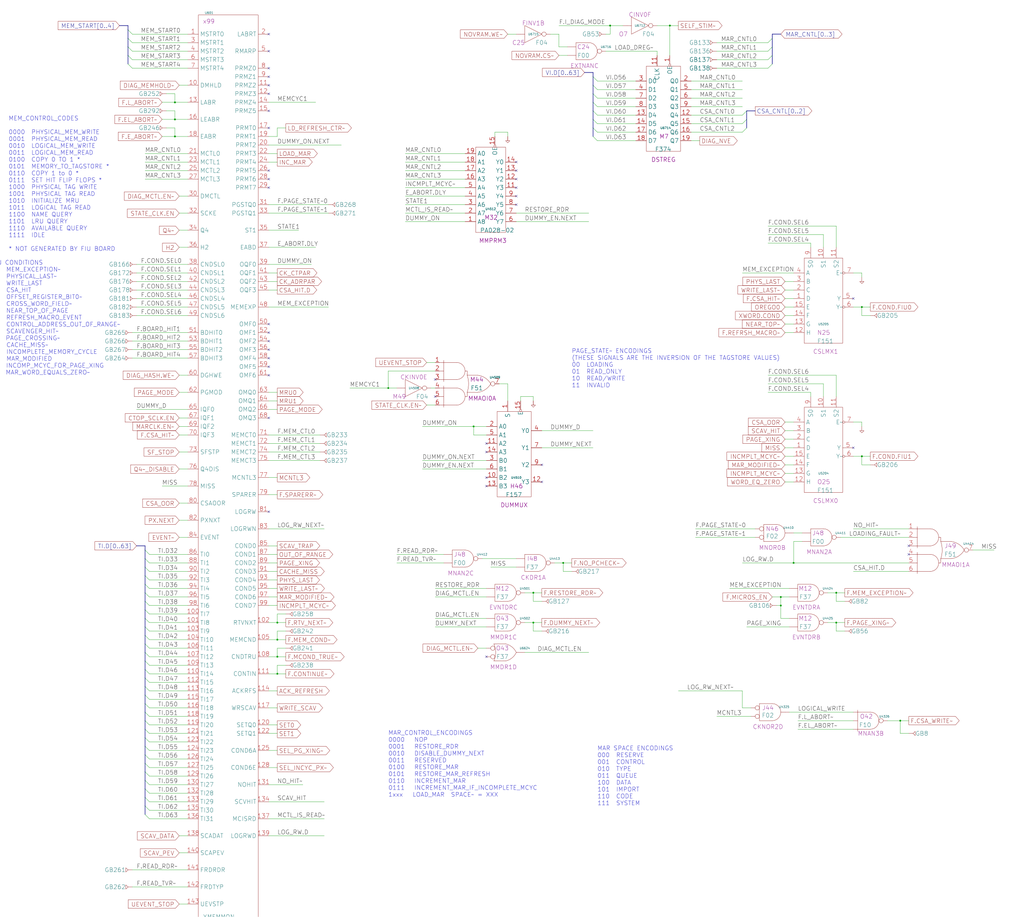
<source format=kicad_sch>
(kicad_sch (version 20230121) (generator eeschema)
  (paper "User" 609.6 546.1)
  (title_block (title "MEMORY WRITE MONITOR") (date "20-MAR-90") (rev "1.0") (comment 1 "FIU") (comment 2 "232-003065") (comment 3 "S400") (comment 4 "RELEASED"))
  (junction (at 165.1 401.32))
  (junction (at 513.08 271.78))
  (junction (at 165.1 381))
  (junction (at 497.84 353.06))
  (junction (at 231.14 231.14))
  (junction (at 363.22 15.24))
  (junction (at 317.5 370.84))
  (junction (at 281.94 254))
  (junction (at 497.84 370.84))
  (junction (at 104.14 81.28))
  (junction (at 464.82 355.6))
  (junction (at 317.5 353.06))
  (junction (at 165.1 391.16))
  (junction (at 104.14 60.96))
  (junction (at 165.1 370.84))
  (junction (at 335.28 335.28))
  (junction (at 513.08 182.88))
  (junction (at 472.44 335.28))
  (junction (at 464.82 360.68))
  (junction (at 104.14 71.12))
  (junction (at 535.94 429.26))
  (junction (at 398.78 15.24))
  (no_connect (at 307.34 106.68))
  (no_connect (at 160.02 20.32))
  (no_connect (at 259.08 236.22))
  (no_connect (at 259.08 226.06))
  (no_connect (at 160.02 55.88))
  (no_connect (at 322.58 276.86))
  (no_connect (at 322.58 287.02))
  (no_connect (at 160.02 198.12))
  (no_connect (at 160.02 208.28))
  (no_connect (at 160.02 213.36))
  (no_connect (at 508 177.8))
  (no_connect (at 541.02 325.12))
  (no_connect (at 160.02 111.76))
  (no_connect (at 289.56 269.24))
  (no_connect (at 307.34 96.52))
  (no_connect (at 160.02 304.8))
  (no_connect (at 160.02 30.48))
  (no_connect (at 160.02 50.8))
  (no_connect (at 289.56 284.48))
  (no_connect (at 160.02 223.52))
  (no_connect (at 541.02 330.2))
  (no_connect (at 307.34 116.84))
  (no_connect (at 160.02 45.72))
  (no_connect (at 160.02 218.44))
  (no_connect (at 289.56 391.16))
  (no_connect (at 160.02 66.04))
  (no_connect (at 160.02 101.6))
  (no_connect (at 160.02 76.2))
  (no_connect (at 160.02 203.2))
  (no_connect (at 160.02 193.04))
  (no_connect (at 160.02 40.64))
  (no_connect (at 508 266.7))
  (no_connect (at 289.56 264.16))
  (no_connect (at 160.02 106.68))
  (no_connect (at 307.34 121.92))
  (no_connect (at 307.34 101.6))
  (no_connect (at 160.02 248.92))
  (no_connect (at 307.34 111.76))
  (no_connect (at 289.56 289.56))
  (bus_entry (at 86.36 368.3) (size 2.54 2.54))
  (bus_entry (at 86.36 358.14) (size 2.54 2.54))
  (bus_entry (at 444.5 76.2) (size -2.54 2.54))
  (bus_entry (at 86.36 485.14) (size 2.54 2.54))
  (bus_entry (at 86.36 337.82) (size 2.54 2.54))
  (bus_entry (at 353.06 71.12) (size 2.54 2.54))
  (bus_entry (at 86.36 332.74) (size 2.54 2.54))
  (bus_entry (at 76.2 33.02) (size 2.54 2.54))
  (bus_entry (at 76.2 27.94) (size 2.54 2.54))
  (bus_entry (at 86.36 378.46) (size 2.54 2.54))
  (bus_entry (at 86.36 474.98) (size 2.54 2.54))
  (bus_entry (at 86.36 469.9) (size 2.54 2.54))
  (bus_entry (at 86.36 419.1) (size 2.54 2.54))
  (bus_entry (at 86.36 439.42) (size 2.54 2.54))
  (bus_entry (at 86.36 342.9) (size 2.54 2.54))
  (bus_entry (at 86.36 464.82) (size 2.54 2.54))
  (bus_entry (at 459.74 38.1) (size -2.54 2.54))
  (bus_entry (at 86.36 398.78) (size 2.54 2.54))
  (bus_entry (at 459.74 27.94) (size -2.54 2.54))
  (bus_entry (at 86.36 408.94) (size 2.54 2.54))
  (bus_entry (at 86.36 414.02) (size 2.54 2.54))
  (bus_entry (at 444.5 71.12) (size -2.54 2.54))
  (bus_entry (at 76.2 38.1) (size 2.54 2.54))
  (bus_entry (at 86.36 449.58) (size 2.54 2.54))
  (bus_entry (at 353.06 55.88) (size 2.54 2.54))
  (bus_entry (at 86.36 403.86) (size 2.54 2.54))
  (bus_entry (at 353.06 45.72) (size 2.54 2.54))
  (bus_entry (at 86.36 429.26) (size 2.54 2.54))
  (bus_entry (at 353.06 50.8) (size 2.54 2.54))
  (bus_entry (at 86.36 393.7) (size 2.54 2.54))
  (bus_entry (at 86.36 353.06) (size 2.54 2.54))
  (bus_entry (at 86.36 327.66) (size 2.54 2.54))
  (bus_entry (at 353.06 76.2) (size 2.54 2.54))
  (bus_entry (at 353.06 81.28) (size 2.54 2.54))
  (bus_entry (at 86.36 347.98) (size 2.54 2.54))
  (bus_entry (at 86.36 373.38) (size 2.54 2.54))
  (bus_entry (at 86.36 459.74) (size 2.54 2.54))
  (bus_entry (at 76.2 22.86) (size 2.54 2.54))
  (bus_entry (at 444.5 66.04) (size -2.54 2.54))
  (bus_entry (at 353.06 66.04) (size 2.54 2.54))
  (bus_entry (at 86.36 363.22) (size 2.54 2.54))
  (bus_entry (at 459.74 22.86) (size -2.54 2.54))
  (bus_entry (at 86.36 434.34) (size 2.54 2.54))
  (bus_entry (at 353.06 60.96) (size 2.54 2.54))
  (bus_entry (at 86.36 480.06) (size 2.54 2.54))
  (bus_entry (at 459.74 33.02) (size -2.54 2.54))
  (bus_entry (at 86.36 388.62) (size 2.54 2.54))
  (bus_entry (at 86.36 444.5) (size 2.54 2.54))
  (bus_entry (at 86.36 424.18) (size 2.54 2.54))
  (bus_entry (at 86.36 383.54) (size 2.54 2.54))
  (bus_entry (at 76.2 17.78) (size 2.54 2.54))
  (bus_entry (at 86.36 454.66) (size 2.54 2.54))
  (wire (pts (xy 78.74 208.28) (xy 111.76 208.28)))
  (wire (pts (xy 411.48 78.74) (xy 441.96 78.74)))
  (wire (pts (xy 355.6 63.5) (xy 378.46 63.5)))
  (wire (pts (xy 160.02 264.16) (xy 190.5 264.16)))
  (wire (pts (xy 447.04 421.64) (xy 441.96 421.64)))
  (wire (pts (xy 500.38 320.04) (xy 541.02 320.04)))
  (wire (pts (xy 104.14 76.2) (xy 104.14 81.28)))
  (wire (pts (xy 317.5 370.84) (xy 322.58 370.84)))
  (wire (pts (xy 241.3 91.44) (xy 276.86 91.44)))
  (wire (pts (xy 170.18 396.24) (xy 165.1 396.24)))
  (bus (pts (xy 86.36 434.34) (xy 86.36 439.42)))
  (wire (pts (xy 160.02 355.6) (xy 165.1 355.6)))
  (wire (pts (xy 469.9 368.3) (xy 464.82 368.3)))
  (wire (pts (xy 294.64 78.74) (xy 294.64 81.28)))
  (wire (pts (xy 251.46 254) (xy 281.94 254)))
  (wire (pts (xy 170.18 375.92) (xy 165.1 375.92)))
  (wire (pts (xy 251.46 274.32) (xy 289.56 274.32)))
  (wire (pts (xy 459.74 355.6) (xy 464.82 355.6)))
  (wire (pts (xy 160.02 467.36) (xy 180.34 467.36)))
  (wire (pts (xy 457.2 228.6) (xy 490.22 228.6)))
  (wire (pts (xy 302.26 228.6) (xy 297.18 228.6)))
  (wire (pts (xy 497.84 134.62) (xy 457.2 134.62)))
  (wire (pts (xy 111.76 477.52) (xy 88.9 477.52)))
  (bus (pts (xy 76.2 15.24) (xy 76.2 17.78)))
  (bus (pts (xy 444.5 71.12) (xy 444.5 76.2)))
  (wire (pts (xy 363.22 20.32) (xy 363.22 15.24)))
  (wire (pts (xy 492.76 353.06) (xy 497.84 353.06)))
  (wire (pts (xy 508 340.36) (xy 541.02 340.36)))
  (wire (pts (xy 411.48 58.42) (xy 441.96 58.42)))
  (wire (pts (xy 518.16 276.86) (xy 513.08 276.86)))
  (bus (pts (xy 76.2 27.94) (xy 76.2 33.02)))
  (wire (pts (xy 317.5 236.22) (xy 317.5 238.76)))
  (wire (pts (xy 355.6 68.58) (xy 378.46 68.58)))
  (wire (pts (xy 170.18 365.76) (xy 165.1 365.76)))
  (wire (pts (xy 441.96 411.48) (xy 403.86 411.48)))
  (wire (pts (xy 111.76 335.28) (xy 88.9 335.28)))
  (wire (pts (xy 464.82 368.3) (xy 464.82 360.68)))
  (wire (pts (xy 528.32 429.26) (xy 535.94 429.26)))
  (wire (pts (xy 106.68 50.8) (xy 111.76 50.8)))
  (wire (pts (xy 322.58 266.7) (xy 353.06 266.7)))
  (wire (pts (xy 160.02 137.16) (xy 177.8 137.16)))
  (wire (pts (xy 332.74 27.94) (xy 332.74 20.32)))
  (wire (pts (xy 111.76 447.04) (xy 88.9 447.04)))
  (wire (pts (xy 355.6 58.42) (xy 378.46 58.42)))
  (wire (pts (xy 160.02 381) (xy 165.1 381)))
  (bus (pts (xy 86.36 469.9) (xy 86.36 474.98)))
  (wire (pts (xy 411.48 63.5) (xy 441.96 63.5)))
  (wire (pts (xy 426.72 40.64) (xy 457.2 40.64)))
  (wire (pts (xy 160.02 487.68) (xy 193.04 487.68)))
  (wire (pts (xy 78.74 30.48) (xy 111.76 30.48)))
  (wire (pts (xy 106.68 259.08) (xy 111.76 259.08)))
  (wire (pts (xy 106.68 223.52) (xy 111.76 223.52)))
  (wire (pts (xy 317.5 358.14) (xy 317.5 353.06)))
  (wire (pts (xy 292.1 337.82) (xy 307.34 337.82)))
  (bus (pts (xy 353.06 76.2) (xy 353.06 81.28)))
  (wire (pts (xy 111.76 396.24) (xy 88.9 396.24)))
  (wire (pts (xy 502.92 358.14) (xy 497.84 358.14)))
  (wire (pts (xy 111.76 426.72) (xy 88.9 426.72)))
  (wire (pts (xy 355.6 48.26) (xy 378.46 48.26)))
  (wire (pts (xy 96.52 60.96) (xy 104.14 60.96)))
  (wire (pts (xy 467.36 256.54) (xy 472.44 256.54)))
  (wire (pts (xy 160.02 243.84) (xy 165.1 243.84)))
  (wire (pts (xy 111.76 436.88) (xy 88.9 436.88)))
  (wire (pts (xy 307.34 127) (xy 350.52 127)))
  (wire (pts (xy 513.08 251.46) (xy 513.08 254)))
  (wire (pts (xy 160.02 401.32) (xy 165.1 401.32)))
  (wire (pts (xy 302.26 238.76) (xy 302.26 228.6)))
  (wire (pts (xy 106.68 269.24) (xy 111.76 269.24)))
  (wire (pts (xy 355.6 73.66) (xy 378.46 73.66)))
  (wire (pts (xy 467.36 287.02) (xy 472.44 287.02)))
  (bus (pts (xy 86.36 347.98) (xy 86.36 353.06)))
  (bus (pts (xy 86.36 368.3) (xy 86.36 373.38)))
  (wire (pts (xy 165.1 386.08) (xy 165.1 391.16)))
  (wire (pts (xy 160.02 314.96) (xy 193.04 314.96)))
  (wire (pts (xy 106.68 309.88) (xy 111.76 309.88)))
  (bus (pts (xy 444.5 66.04) (xy 449.58 66.04)))
  (bus (pts (xy 353.06 71.12) (xy 353.06 76.2)))
  (wire (pts (xy 259.08 350.52) (xy 289.56 350.52)))
  (bus (pts (xy 86.36 449.58) (xy 86.36 454.66)))
  (wire (pts (xy 99.06 76.2) (xy 104.14 76.2)))
  (wire (pts (xy 111.76 401.32) (xy 88.9 401.32)))
  (wire (pts (xy 467.36 193.04) (xy 472.44 193.04)))
  (wire (pts (xy 411.48 68.58) (xy 441.96 68.58)))
  (wire (pts (xy 111.76 462.28) (xy 88.9 462.28)))
  (wire (pts (xy 160.02 259.08) (xy 190.5 259.08)))
  (wire (pts (xy 497.84 375.92) (xy 497.84 370.84)))
  (wire (pts (xy 78.74 20.32) (xy 111.76 20.32)))
  (wire (pts (xy 104.14 55.88) (xy 104.14 60.96)))
  (wire (pts (xy 160.02 360.68) (xy 165.1 360.68)))
  (wire (pts (xy 508 251.46) (xy 513.08 251.46)))
  (wire (pts (xy 99.06 55.88) (xy 104.14 55.88)))
  (bus (pts (xy 86.36 327.66) (xy 86.36 332.74)))
  (wire (pts (xy 490.22 147.32) (xy 490.22 139.7)))
  (wire (pts (xy 86.36 101.6) (xy 111.76 101.6)))
  (wire (pts (xy 160.02 147.32) (xy 187.96 147.32)))
  (wire (pts (xy 111.76 355.6) (xy 88.9 355.6)))
  (wire (pts (xy 464.82 360.68) (xy 462.28 360.68)))
  (wire (pts (xy 287.02 332.74) (xy 307.34 332.74)))
  (wire (pts (xy 508 314.96) (xy 541.02 314.96)))
  (wire (pts (xy 259.08 373.38) (xy 289.56 373.38)))
  (wire (pts (xy 327.66 20.32) (xy 332.74 20.32)))
  (wire (pts (xy 497.84 236.22) (xy 497.84 223.52)))
  (wire (pts (xy 111.76 467.36) (xy 88.9 467.36)))
  (wire (pts (xy 508 162.56) (xy 513.08 162.56)))
  (wire (pts (xy 106.68 508) (xy 111.76 508)))
  (wire (pts (xy 467.36 281.94) (xy 472.44 281.94)))
  (bus (pts (xy 86.36 408.94) (xy 86.36 414.02)))
  (wire (pts (xy 360.68 30.48) (xy 391.16 30.48)))
  (bus (pts (xy 86.36 403.86) (xy 86.36 408.94)))
  (wire (pts (xy 111.76 370.84) (xy 88.9 370.84)))
  (wire (pts (xy 332.74 33.02) (xy 337.82 33.02)))
  (wire (pts (xy 241.3 121.92) (xy 276.86 121.92)))
  (wire (pts (xy 241.3 106.68) (xy 276.86 106.68)))
  (wire (pts (xy 464.82 355.6) (xy 469.9 355.6)))
  (wire (pts (xy 302.26 20.32) (xy 307.34 20.32)))
  (wire (pts (xy 281.94 259.08) (xy 281.94 254)))
  (wire (pts (xy 86.36 106.68) (xy 111.76 106.68)))
  (wire (pts (xy 444.5 373.38) (xy 469.9 373.38)))
  (wire (pts (xy 104.14 66.04) (xy 104.14 71.12)))
  (wire (pts (xy 111.76 472.44) (xy 88.9 472.44)))
  (wire (pts (xy 165.1 381) (xy 170.18 381)))
  (wire (pts (xy 411.48 53.34) (xy 441.96 53.34)))
  (wire (pts (xy 472.44 335.28) (xy 441.96 335.28)))
  (wire (pts (xy 208.28 231.14) (xy 231.14 231.14)))
  (wire (pts (xy 236.22 330.2) (xy 264.16 330.2)))
  (wire (pts (xy 497.84 358.14) (xy 497.84 353.06)))
  (wire (pts (xy 467.36 261.62) (xy 472.44 261.62)))
  (wire (pts (xy 81.28 243.84) (xy 111.76 243.84)))
  (wire (pts (xy 231.14 220.98) (xy 231.14 231.14)))
  (wire (pts (xy 111.76 340.36) (xy 88.9 340.36)))
  (wire (pts (xy 241.3 127) (xy 276.86 127)))
  (wire (pts (xy 81.28 167.64) (xy 111.76 167.64)))
  (wire (pts (xy 160.02 274.32) (xy 190.5 274.32)))
  (wire (pts (xy 482.6 236.22) (xy 482.6 233.68)))
  (bus (pts (xy 353.06 50.8) (xy 353.06 55.88)))
  (wire (pts (xy 254 215.9) (xy 259.08 215.9)))
  (wire (pts (xy 467.36 177.8) (xy 472.44 177.8)))
  (wire (pts (xy 426.72 426.72) (xy 447.04 426.72)))
  (wire (pts (xy 259.08 355.6) (xy 289.56 355.6)))
  (wire (pts (xy 426.72 25.4) (xy 457.2 25.4)))
  (wire (pts (xy 472.44 317.5) (xy 477.52 317.5)))
  (bus (pts (xy 86.36 439.42) (xy 86.36 444.5)))
  (bus (pts (xy 86.36 398.78) (xy 86.36 403.86)))
  (wire (pts (xy 160.02 436.88) (xy 165.1 436.88)))
  (bus (pts (xy 86.36 429.26) (xy 86.36 434.34)))
  (wire (pts (xy 469.9 424.18) (xy 508 424.18)))
  (wire (pts (xy 81.28 177.8) (xy 111.76 177.8)))
  (bus (pts (xy 86.36 383.54) (xy 86.36 388.62)))
  (wire (pts (xy 256.54 231.14) (xy 259.08 231.14)))
  (wire (pts (xy 474.98 429.26) (xy 508 429.26)))
  (wire (pts (xy 81.28 182.88) (xy 111.76 182.88)))
  (wire (pts (xy 111.76 487.68) (xy 88.9 487.68)))
  (wire (pts (xy 96.52 71.12) (xy 104.14 71.12)))
  (wire (pts (xy 398.78 15.24) (xy 398.78 33.02)))
  (wire (pts (xy 535.94 436.88) (xy 535.94 429.26)))
  (wire (pts (xy 472.44 335.28) (xy 541.02 335.28)))
  (wire (pts (xy 467.36 271.78) (xy 472.44 271.78)))
  (wire (pts (xy 78.74 203.2) (xy 111.76 203.2)))
  (wire (pts (xy 111.76 365.76) (xy 88.9 365.76)))
  (bus (pts (xy 459.74 20.32) (xy 459.74 22.86)))
  (wire (pts (xy 335.28 335.28) (xy 340.36 335.28)))
  (wire (pts (xy 111.76 431.8) (xy 88.9 431.8)))
  (wire (pts (xy 254 241.3) (xy 259.08 241.3)))
  (wire (pts (xy 355.6 83.82) (xy 378.46 83.82)))
  (wire (pts (xy 508 182.88) (xy 513.08 182.88)))
  (wire (pts (xy 111.76 375.92) (xy 88.9 375.92)))
  (wire (pts (xy 490.22 236.22) (xy 490.22 228.6)))
  (wire (pts (xy 78.74 40.64) (xy 111.76 40.64)))
  (bus (pts (xy 353.06 55.88) (xy 353.06 60.96)))
  (wire (pts (xy 426.72 35.56) (xy 457.2 35.56)))
  (wire (pts (xy 317.5 353.06) (xy 322.58 353.06)))
  (wire (pts (xy 457.2 139.7) (xy 490.22 139.7)))
  (bus (pts (xy 353.06 66.04) (xy 353.06 71.12)))
  (wire (pts (xy 111.76 452.12) (xy 88.9 452.12)))
  (wire (pts (xy 81.28 172.72) (xy 111.76 172.72)))
  (wire (pts (xy 411.48 73.66) (xy 441.96 73.66)))
  (wire (pts (xy 309.88 236.22) (xy 317.5 236.22)))
  (wire (pts (xy 497.84 353.06) (xy 502.92 353.06)))
  (wire (pts (xy 111.76 386.08) (xy 88.9 386.08)))
  (bus (pts (xy 86.36 363.22) (xy 86.36 368.3)))
  (wire (pts (xy 111.76 406.4) (xy 88.9 406.4)))
  (wire (pts (xy 513.08 162.56) (xy 513.08 165.1)))
  (wire (pts (xy 111.76 360.68) (xy 88.9 360.68)))
  (wire (pts (xy 474.98 434.34) (xy 508 434.34)))
  (wire (pts (xy 106.68 279.4) (xy 111.76 279.4)))
  (wire (pts (xy 106.68 497.84) (xy 111.76 497.84)))
  (wire (pts (xy 467.36 167.64) (xy 472.44 167.64)))
  (wire (pts (xy 302.26 78.74) (xy 302.26 81.28)))
  (wire (pts (xy 111.76 421.64) (xy 88.9 421.64)))
  (bus (pts (xy 86.36 353.06) (xy 86.36 358.14)))
  (wire (pts (xy 160.02 233.68) (xy 165.1 233.68)))
  (wire (pts (xy 259.08 368.3) (xy 289.56 368.3)))
  (wire (pts (xy 391.16 33.02) (xy 391.16 30.48)))
  (wire (pts (xy 508 271.78) (xy 513.08 271.78)))
  (bus (pts (xy 86.36 459.74) (xy 86.36 464.82)))
  (wire (pts (xy 86.36 96.52) (xy 111.76 96.52)))
  (wire (pts (xy 78.74 528.32) (xy 111.76 528.32)))
  (wire (pts (xy 81.28 162.56) (xy 111.76 162.56)))
  (bus (pts (xy 86.36 454.66) (xy 86.36 459.74)))
  (wire (pts (xy 104.14 81.28) (xy 111.76 81.28)))
  (wire (pts (xy 160.02 340.36) (xy 165.1 340.36)))
  (wire (pts (xy 332.74 15.24) (xy 363.22 15.24)))
  (wire (pts (xy 289.56 259.08) (xy 281.94 259.08)))
  (wire (pts (xy 165.1 370.84) (xy 170.18 370.84)))
  (wire (pts (xy 106.68 233.68) (xy 111.76 233.68)))
  (wire (pts (xy 106.68 127) (xy 111.76 127)))
  (wire (pts (xy 165.1 375.92) (xy 165.1 381)))
  (wire (pts (xy 317.5 375.92) (xy 317.5 370.84)))
  (bus (pts (xy 86.36 393.7) (xy 86.36 398.78)))
  (wire (pts (xy 78.74 518.16) (xy 111.76 518.16)))
  (wire (pts (xy 160.02 96.52) (xy 165.1 96.52)))
  (wire (pts (xy 241.3 96.52) (xy 276.86 96.52)))
  (wire (pts (xy 86.36 91.44) (xy 111.76 91.44)))
  (wire (pts (xy 111.76 416.56) (xy 88.9 416.56)))
  (wire (pts (xy 170.18 386.08) (xy 165.1 386.08)))
  (wire (pts (xy 335.28 340.36) (xy 340.36 340.36)))
  (wire (pts (xy 78.74 198.12) (xy 111.76 198.12)))
  (wire (pts (xy 160.02 330.2) (xy 165.1 330.2)))
  (wire (pts (xy 111.76 391.16) (xy 88.9 391.16)))
  (wire (pts (xy 165.1 335.28) (xy 160.02 335.28)))
  (wire (pts (xy 414.02 314.96) (xy 449.58 314.96)))
  (bus (pts (xy 347.98 43.18) (xy 353.06 43.18)))
  (wire (pts (xy 322.58 375.92) (xy 317.5 375.92)))
  (wire (pts (xy 106.68 248.92) (xy 111.76 248.92)))
  (bus (pts (xy 86.36 474.98) (xy 86.36 480.06)))
  (wire (pts (xy 335.28 335.28) (xy 335.28 340.36)))
  (bus (pts (xy 86.36 373.38) (xy 86.36 378.46)))
  (wire (pts (xy 160.02 269.24) (xy 190.5 269.24)))
  (bus (pts (xy 353.06 43.18) (xy 353.06 45.72)))
  (wire (pts (xy 160.02 457.2) (xy 165.1 457.2)))
  (wire (pts (xy 241.3 132.08) (xy 276.86 132.08)))
  (wire (pts (xy 411.48 48.26) (xy 441.96 48.26)))
  (wire (pts (xy 160.02 497.84) (xy 193.04 497.84)))
  (wire (pts (xy 441.96 162.56) (xy 472.44 162.56)))
  (bus (pts (xy 353.06 60.96) (xy 353.06 66.04)))
  (wire (pts (xy 322.58 358.14) (xy 317.5 358.14)))
  (wire (pts (xy 160.02 91.44) (xy 165.1 91.44)))
  (wire (pts (xy 160.02 284.48) (xy 165.1 284.48)))
  (wire (pts (xy 541.02 436.88) (xy 535.94 436.88)))
  (bus (pts (xy 86.36 414.02) (xy 86.36 419.1)))
  (wire (pts (xy 363.22 15.24) (xy 370.84 15.24)))
  (wire (pts (xy 111.76 330.2) (xy 88.9 330.2)))
  (wire (pts (xy 160.02 167.64) (xy 165.1 167.64)))
  (wire (pts (xy 518.16 187.96) (xy 513.08 187.96)))
  (wire (pts (xy 513.08 271.78) (xy 518.16 271.78)))
  (wire (pts (xy 160.02 447.04) (xy 165.1 447.04)))
  (wire (pts (xy 312.42 353.06) (xy 317.5 353.06)))
  (wire (pts (xy 467.36 172.72) (xy 472.44 172.72)))
  (wire (pts (xy 106.68 147.32) (xy 111.76 147.32)))
  (wire (pts (xy 231.14 220.98) (xy 259.08 220.98)))
  (wire (pts (xy 513.08 276.86) (xy 513.08 271.78)))
  (bus (pts (xy 86.36 388.62) (xy 86.36 393.7)))
  (wire (pts (xy 497.84 147.32) (xy 497.84 134.62)))
  (wire (pts (xy 236.22 335.28) (xy 264.16 335.28)))
  (bus (pts (xy 71.12 15.24) (xy 76.2 15.24)))
  (wire (pts (xy 160.02 294.64) (xy 165.1 294.64)))
  (bus (pts (xy 86.36 332.74) (xy 86.36 337.82)))
  (wire (pts (xy 441.96 421.64) (xy 441.96 411.48)))
  (bus (pts (xy 86.36 337.82) (xy 86.36 342.9)))
  (wire (pts (xy 106.68 299.72) (xy 111.76 299.72)))
  (bus (pts (xy 86.36 342.9) (xy 86.36 347.98)))
  (bus (pts (xy 459.74 20.32) (xy 464.82 20.32)))
  (wire (pts (xy 467.36 182.88) (xy 472.44 182.88)))
  (wire (pts (xy 165.1 365.76) (xy 165.1 370.84)))
  (wire (pts (xy 106.68 254) (xy 111.76 254)))
  (wire (pts (xy 457.2 144.78) (xy 482.6 144.78)))
  (bus (pts (xy 76.2 33.02) (xy 76.2 38.1)))
  (bus (pts (xy 86.36 464.82) (xy 86.36 469.9)))
  (wire (pts (xy 322.58 256.54) (xy 353.06 256.54)))
  (wire (pts (xy 502.92 375.92) (xy 497.84 375.92)))
  (wire (pts (xy 78.74 35.56) (xy 111.76 35.56)))
  (wire (pts (xy 99.06 66.04) (xy 104.14 66.04)))
  (wire (pts (xy 160.02 238.76) (xy 165.1 238.76)))
  (wire (pts (xy 330.2 335.28) (xy 335.28 335.28)))
  (wire (pts (xy 477.52 322.58) (xy 472.44 322.58)))
  (wire (pts (xy 160.02 370.84) (xy 165.1 370.84)))
  (wire (pts (xy 535.94 429.26) (xy 541.02 429.26)))
  (wire (pts (xy 165.1 81.28) (xy 160.02 81.28)))
  (wire (pts (xy 467.36 266.7) (xy 472.44 266.7)))
  (bus (pts (xy 86.36 424.18) (xy 86.36 429.26)))
  (wire (pts (xy 497.84 370.84) (xy 502.92 370.84)))
  (wire (pts (xy 81.28 187.96) (xy 111.76 187.96)))
  (wire (pts (xy 309.88 238.76) (xy 309.88 236.22)))
  (wire (pts (xy 160.02 411.48) (xy 165.1 411.48)))
  (wire (pts (xy 111.76 482.6) (xy 88.9 482.6)))
  (wire (pts (xy 165.1 396.24) (xy 165.1 401.32)))
  (wire (pts (xy 457.2 233.68) (xy 482.6 233.68)))
  (bus (pts (xy 86.36 358.14) (xy 86.36 363.22)))
  (wire (pts (xy 78.74 213.36) (xy 111.76 213.36)))
  (wire (pts (xy 160.02 60.96) (xy 187.96 60.96)))
  (wire (pts (xy 284.48 386.08) (xy 289.56 386.08)))
  (wire (pts (xy 497.84 223.52) (xy 457.2 223.52)))
  (wire (pts (xy 241.3 116.84) (xy 276.86 116.84)))
  (wire (pts (xy 241.3 101.6) (xy 276.86 101.6)))
  (wire (pts (xy 307.34 132.08) (xy 350.52 132.08)))
  (wire (pts (xy 111.76 350.52) (xy 88.9 350.52)))
  (wire (pts (xy 106.68 116.84) (xy 111.76 116.84)))
  (wire (pts (xy 160.02 121.92) (xy 195.58 121.92)))
  (wire (pts (xy 165.1 76.2) (xy 165.1 81.28)))
  (wire (pts (xy 165.1 401.32) (xy 170.18 401.32)))
  (wire (pts (xy 111.76 411.48) (xy 88.9 411.48)))
  (wire (pts (xy 78.74 25.4) (xy 111.76 25.4)))
  (bus (pts (xy 459.74 33.02) (xy 459.74 38.1)))
  (wire (pts (xy 426.72 30.48) (xy 457.2 30.48)))
  (bus (pts (xy 76.2 17.78) (xy 76.2 22.86)))
  (wire (pts (xy 160.02 182.88) (xy 195.58 182.88)))
  (wire (pts (xy 104.14 71.12) (xy 111.76 71.12)))
  (wire (pts (xy 111.76 381) (xy 88.9 381)))
  (bus (pts (xy 86.36 444.5) (xy 86.36 449.58)))
  (wire (pts (xy 434.34 350.52) (xy 469.9 350.52)))
  (wire (pts (xy 360.68 20.32) (xy 363.22 20.32)))
  (bus (pts (xy 76.2 22.86) (xy 76.2 27.94)))
  (wire (pts (xy 160.02 172.72) (xy 165.1 172.72)))
  (bus (pts (xy 444.5 66.04) (xy 444.5 71.12)))
  (wire (pts (xy 231.14 231.14) (xy 236.22 231.14)))
  (bus (pts (xy 86.36 480.06) (xy 86.36 485.14)))
  (wire (pts (xy 281.94 254) (xy 289.56 254)))
  (bus (pts (xy 86.36 378.46) (xy 86.36 383.54)))
  (wire (pts (xy 160.02 477.52) (xy 193.04 477.52)))
  (wire (pts (xy 81.28 157.48) (xy 111.76 157.48)))
  (wire (pts (xy 106.68 137.16) (xy 111.76 137.16)))
  (wire (pts (xy 312.42 388.62) (xy 350.52 388.62)))
  (wire (pts (xy 160.02 86.36) (xy 203.2 86.36)))
  (wire (pts (xy 160.02 127) (xy 195.58 127)))
  (wire (pts (xy 106.68 538.48) (xy 111.76 538.48)))
  (bus (pts (xy 353.06 45.72) (xy 353.06 50.8)))
  (wire (pts (xy 355.6 53.34) (xy 378.46 53.34)))
  (wire (pts (xy 104.14 60.96) (xy 111.76 60.96)))
  (wire (pts (xy 106.68 320.04) (xy 111.76 320.04)))
  (wire (pts (xy 96.52 289.56) (xy 111.76 289.56)))
  (wire (pts (xy 472.44 322.58) (xy 472.44 335.28)))
  (wire (pts (xy 160.02 431.8) (xy 165.1 431.8)))
  (wire (pts (xy 467.36 198.12) (xy 472.44 198.12)))
  (wire (pts (xy 492.76 370.84) (xy 497.84 370.84)))
  (wire (pts (xy 241.3 111.76) (xy 276.86 111.76)))
  (wire (pts (xy 160.02 157.48) (xy 185.42 157.48)))
  (wire (pts (xy 160.02 325.12) (xy 165.1 325.12)))
  (bus (pts (xy 86.36 327.66) (xy 86.36 325.12)))
  (wire (pts (xy 165.1 76.2) (xy 170.18 76.2)))
  (wire (pts (xy 251.46 279.4) (xy 289.56 279.4)))
  (bus (pts (xy 459.74 27.94) (xy 459.74 33.02)))
  (wire (pts (xy 464.82 355.6) (xy 464.82 360.68)))
  (wire (pts (xy 579.12 327.66) (xy 591.82 327.66)))
  (wire (pts (xy 414.02 320.04) (xy 449.58 320.04)))
  (wire (pts (xy 482.6 147.32) (xy 482.6 144.78)))
  (wire (pts (xy 398.78 15.24) (xy 403.86 15.24)))
  (wire (pts (xy 411.48 83.82) (xy 416.56 83.82)))
  (wire (pts (xy 337.82 27.94) (xy 332.74 27.94)))
  (wire (pts (xy 96.52 81.28) (xy 104.14 81.28)))
  (wire (pts (xy 160.02 421.64) (xy 165.1 421.64)))
  (bus (pts (xy 86.36 419.1) (xy 86.36 424.18)))
  (wire (pts (xy 160.02 162.56) (xy 165.1 162.56)))
  (wire (pts (xy 165.1 391.16) (xy 170.18 391.16)))
  (wire (pts (xy 513.08 182.88) (xy 518.16 182.88)))
  (wire (pts (xy 312.42 370.84) (xy 317.5 370.84)))
  (wire (pts (xy 391.16 15.24) (xy 398.78 15.24)))
  (wire (pts (xy 160.02 350.52) (xy 165.1 350.52)))
  (wire (pts (xy 513.08 187.96) (xy 513.08 182.88)))
  (bus (pts (xy 459.74 22.86) (xy 459.74 27.94)))
  (wire (pts (xy 302.26 78.74) (xy 294.64 78.74)))
  (wire (pts (xy 467.36 187.96) (xy 472.44 187.96)))
  (wire (pts (xy 160.02 345.44) (xy 165.1 345.44)))
  (wire (pts (xy 111.76 345.44) (xy 88.9 345.44)))
  (wire (pts (xy 111.76 441.96) (xy 88.9 441.96)))
  (wire (pts (xy 111.76 457.2) (xy 88.9 457.2)))
  (wire (pts (xy 467.36 251.46) (xy 472.44 251.46)))
  (wire (pts (xy 467.36 276.86) (xy 472.44 276.86)))
  (wire (pts (xy 355.6 78.74) (xy 378.46 78.74)))
  (wire (pts (xy 160.02 391.16) (xy 165.1 391.16)))
  (bus (pts (xy 86.36 325.12) (xy 81.28 325.12)))
  (text "MEM_CONTROL_CODES\n\n0000  PHYSICAL_MEM_WRITE\n0001  PHYSICAL_MEM_READ\n0010  LOGICAL_MEM_WRITE\n0011  LOGICAL_MEM_READ\n0100  COPY 0 TO 1 *\n0101  MEMORY_TO_TAGSTORE *\n0110  COPY 1 to 0 *\n0111  SET HIT FLIP FLOPS *\n1000  PHYSICAL TAG WRITE\n1001  PHYSICAL TAG READ\n1010  INITIALIZE MRU\n1011  LOGICAL TAG READ\n1100  NAME QUERY\n1101  LRU QUERY\n1110  AVAILABLE QUERY\n1111  IDLE\n\n* NOT GENERATED BY FIU BOARD" (at 5.08 149.86 0) (effects (font (size 2.54 2.54)) (justify left bottom)))
  (text "PAGE_STATE~ ENCODINGS\n(THESE SIGNALS ARE THE INVERSION OF THE TAGSTORE VALUES)\n00  LOADING\n01  READ_ONLY\n10  READ/WRITE\n11  INVALID" (at 340.36 231.14 0) (effects (font (size 2.54 2.54)) (justify left bottom)))
  (text "MAR_CONTROL_ENCODINGS\n0000   NOP\n0001   RESTORE_RDR\n0010   DISABLE_DUMMY_NEXT\n0011   RESERVED\n0100   RESTORE_MAR\n0101   RESTORE_MAR_REFRESH\n0110   INCREMENT_MAR\n0111   INCREMENT_MAR_IF_INCOMPLETE_MCYC\n1xxx   LOAD_MAR  SPACE~ = XXX" (at 231.14 474.98 0) (effects (font (size 2.54 2.54)) (justify left bottom)))
  (text "MAR SPACE ENCODINGS\n000  RESERVE\n001  CONTROL\n010  TYPE\n011  QUEUE\n100  DATA\n101  IMPORT\n110  CODE\n111  SYSTEM" (at 355.6 480.06 0) (effects (font (size 2.54 2.54)) (justify left bottom)))
  (text "FIU CONDITIONS\n60  MEM_EXCEPTION~\n61  PHYSICAL_LAST~\n62  WRITE_LAST\n63  CSA_HIT\n64  OFFSET_REGISTER_BIT0~\n65  CROSS_WORD_FIELD~\n66  NEAR_TOP_OF_PAGE\n67  REFRESH_MACRO_EVENT\n68  CONTROL_ADDRESS_OUT_OF_RANGE~\n69  SCAVENGER_HIT~\n6A  PAGE_CROSSING~\n6B  CACHE_MISS~\n6C  INCOMPLETE_MEMORY_CYCLE\n6D  MAR_MODIFIED\n6E  INCOMP_MCYC_FOR_PAGE_XING\n6F  MAR_WORD_EQUALS_ZERO~" (at -5.08 223.52 0) (effects (font (size 2.54 2.54)) (justify left bottom)))
  (label "DUMMY_EN.NEXT" (at 312.42 132.08 0) (effects (font (size 2.54 2.54))))
  (label "TI.D37" (at 93.98 355.6 0) (effects (font (size 2.54 2.54))))
  (label "TI.D41" (at 93.98 375.92 0) (effects (font (size 2.54 2.54))))
  (label "RESTORE_RDR" (at 312.42 127 0) (effects (font (size 2.54 2.54))))
  (label "MAR_CNTL3" (at 241.3 106.68 0) (effects (font (size 2.54 2.54))))
  (label "MAR_CNTL3" (at 429.26 40.64 0) (effects (font (size 2.54 2.54))))
  (label "MAR_CNTL2" (at 429.26 35.56 0) (effects (font (size 2.54 2.54))))
  (label "TI.D42" (at 93.98 381 0) (effects (font (size 2.54 2.54))))
  (label "INCMPLT_MCYC~" (at 241.3 111.76 0) (effects (font (size 2.54 2.54))))
  (label "DIAG_MCTL.EN" (at 259.08 368.3 0) (effects (font (size 2.54 2.54))))
  (label "DUMMY_ON" (at 251.46 254 0) (effects (font (size 2.54 2.54))))
  (label "MAR_CNTL3" (at 86.36 106.68 0) (effects (font (size 2.54 2.54))))
  (label "TI.D45" (at 93.98 396.24 0) (effects (font (size 2.54 2.54))))
  (label "F.PAGE_STATE~1" (at 165.1 127 0) (effects (font (size 2.54 2.54))))
  (label "F.MEM_CTL1" (at 165.1 264.16 0) (effects (font (size 2.54 2.54))))
  (label "F.COND.SEL6" (at 457.2 223.52 0) (effects (font (size 2.54 2.54))))
  (label "MAR_CNTL1" (at 429.26 30.48 0) (effects (font (size 2.54 2.54))))
  (label "MCTL_IS_READ~" (at 165.1 487.68 0) (effects (font (size 2.54 2.54))))
  (label "TI.D43" (at 93.98 386.08 0) (effects (font (size 2.54 2.54))))
  (label "LOADING_FAULT~" (at 505.46 320.04 0) (effects (font (size 2.54 2.54))))
  (label "TI.D54" (at 93.98 441.96 0) (effects (font (size 2.54 2.54))))
  (label "F.MEM_CTL2" (at 165.1 269.24 0) (effects (font (size 2.54 2.54))))
  (label "F.READ_TVR~" (at 81.28 528.32 0) (effects (font (size 2.54 2.54))))
  (label "LOG_RW_NEXT~" (at 408.94 411.48 0) (effects (font (size 2.54 2.54))))
  (label "MEM_START1" (at 83.82 25.4 0) (effects (font (size 2.54 2.54))))
  (label "VI.D56" (at 360.68 48.26 0) (effects (font (size 2.54 2.54))))
  (label "MEMCYC1" (at 165.1 60.96 0) (effects (font (size 2.54 2.54))))
  (label "STATE1" (at 165.1 137.16 0) (effects (font (size 2.54 2.54))))
  (label "DUMMY_ON.NEXT" (at 251.46 274.32 0) (effects (font (size 2.54 2.54))))
  (label "VI.D57" (at 360.68 53.34 0) (effects (font (size 2.54 2.54))))
  (label "F.BOARD_HIT1" (at 81.28 198.12 0) (effects (font (size 2.54 2.54))))
  (label "MCTL_IS_READ~" (at 241.3 127 0) (effects (font (size 2.54 2.54))))
  (label "TI.D58" (at 93.98 462.28 0) (effects (font (size 2.54 2.54))))
  (label "F.PAGE_STATE~0" (at 165.1 121.92 0) (effects (font (size 2.54 2.54))))
  (label "TI.D33" (at 93.98 335.28 0) (effects (font (size 2.54 2.54))))
  (label "TI.D44" (at 93.98 391.16 0) (effects (font (size 2.54 2.54))))
  (label "MEM_START2" (at 83.82 30.48 0) (effects (font (size 2.54 2.54))))
  (label "TI.D49" (at 93.98 416.56 0) (effects (font (size 2.54 2.54))))
  (label "NO_HIT~" (at 165.1 467.36 0) (effects (font (size 2.54 2.54))))
  (label "PAGE_XING" (at 444.5 373.38 0) (effects (font (size 2.54 2.54))))
  (label "F.COND.SEL4" (at 457.2 233.68 0) (effects (font (size 2.54 2.54))))
  (label "CSA_CNTL0" (at 416.56 68.58 0) (effects (font (size 2.54 2.54))))
  (label "E_ABORT.DLY" (at 165.1 147.32 0) (effects (font (size 2.54 2.54))))
  (label "F.COND.SEL6" (at 83.82 187.96 0) (effects (font (size 2.54 2.54))))
  (label "F.COND.SEL0" (at 83.82 157.48 0) (effects (font (size 2.54 2.54))))
  (label "VI.D63" (at 360.68 83.82 0) (effects (font (size 2.54 2.54))))
  (label "TI.D38" (at 93.98 360.68 0) (effects (font (size 2.54 2.54))))
  (label "F.COND.SEL5" (at 83.82 182.88 0) (effects (font (size 2.54 2.54))))
  (label "MAR_CNTL2" (at 86.36 101.6 0) (effects (font (size 2.54 2.54))))
  (label "MAR_CNTL1" (at 416.56 53.34 0) (effects (font (size 2.54 2.54))))
  (label "DUMMY_ON" (at 241.3 132.08 0) (effects (font (size 2.54 2.54))))
  (label "DIAG_MCTL.EN" (at 259.08 355.6 0) (effects (font (size 2.54 2.54))))
  (label "MEM_START0" (at 83.82 20.32 0) (effects (font (size 2.54 2.54))))
  (label "TI.D63" (at 93.98 487.68 0) (effects (font (size 2.54 2.54))))
  (label "TI.D47" (at 93.98 406.4 0) (effects (font (size 2.54 2.54))))
  (label "TI.D55" (at 93.98 447.04 0) (effects (font (size 2.54 2.54))))
  (label "MEM_EXCEPTION" (at 165.1 182.88 0) (effects (font (size 2.54 2.54))))
  (label "VI.D61" (at 360.68 73.66 0) (effects (font (size 2.54 2.54))))
  (label "MAR_CNTL0" (at 241.3 91.44 0) (effects (font (size 2.54 2.54))))
  (label "MISS" (at 96.52 289.56 0) (effects (font (size 2.54 2.54))))
  (label "MAR_CNTL0" (at 429.26 25.4 0) (effects (font (size 2.54 2.54))))
  (label "LOAD_DREG~" (at 365.76 30.48 0) (effects (font (size 2.54 2.54))))
  (label "TI.D51" (at 93.98 426.72 0) (effects (font (size 2.54 2.54))))
  (label "F.COND.SEL4" (at 457.2 144.78 0) (effects (font (size 2.54 2.54))))
  (label "TI.D50" (at 93.98 421.64 0) (effects (font (size 2.54 2.54))))
  (label "TI.D52" (at 93.98 431.8 0) (effects (font (size 2.54 2.54))))
  (label "TI.D40" (at 93.98 370.84 0) (effects (font (size 2.54 2.54))))
  (label "MISS" (at 584.2 327.66 0) (effects (font (size 2.54 2.54))))
  (label "NO_HIT~" (at 508 314.96 0) (effects (font (size 2.54 2.54))))
  (label "MEM_EXCEPTION" (at 441.96 162.56 0) (effects (font (size 2.54 2.54))))
  (label "TI.D57" (at 93.98 457.2 0) (effects (font (size 2.54 2.54))))
  (label "F.PAGE_STATE~1" (at 414.02 320.04 0) (effects (font (size 2.54 2.54))))
  (label "F.COND.SEL5" (at 457.2 139.7 0) (effects (font (size 2.54 2.54))))
  (label "TI.D59" (at 93.98 467.36 0) (effects (font (size 2.54 2.54))))
  (label "DUMMY_ON" (at 165.1 157.48 0) (effects (font (size 2.54 2.54))))
  (label "DUMMY_NEXT" (at 327.66 266.7 0) (effects (font (size 2.54 2.54))))
  (label "TI.D48" (at 93.98 411.48 0) (effects (font (size 2.54 2.54))))
  (label "RESTORE_RDR" (at 259.08 350.52 0) (effects (font (size 2.54 2.54))))
  (label "MAR_CNTL1" (at 86.36 96.52 0) (effects (font (size 2.54 2.54))))
  (label "LOGICAL_WRITE" (at 474.98 424.18 0) (effects (font (size 2.54 2.54))))
  (label "STATE1" (at 241.3 121.92 0) (effects (font (size 2.54 2.54))))
  (label "F.READ_RDR~" (at 81.28 518.16 0) (effects (font (size 2.54 2.54))))
  (label "F.I_DIAG_MODE" (at 332.74 15.24 0) (effects (font (size 2.54 2.54))))
  (label "F.READ_TVR~" (at 236.22 335.28 0) (effects (font (size 2.54 2.54))))
  (label "TI.D60" (at 93.98 472.44 0) (effects (font (size 2.54 2.54))))
  (label "MISS" (at 292.1 337.82 0) (effects (font (size 2.54 2.54))))
  (label "F.COND.SEL4" (at 83.82 177.8 0) (effects (font (size 2.54 2.54))))
  (label "F.BOARD_HIT3" (at 81.28 208.28 0) (effects (font (size 2.54 2.54))))
  (label "F.PAGE_STATE~0" (at 414.02 314.96 0) (effects (font (size 2.54 2.54))))
  (label "F.COND.SEL2" (at 83.82 167.64 0) (effects (font (size 2.54 2.54))))
  (label "LOG_RW.D" (at 165.1 497.84 0) (effects (font (size 2.54 2.54))))
  (label "VI.D60" (at 360.68 68.58 0) (effects (font (size 2.54 2.54))))
  (label "TI.D34" (at 93.98 340.36 0) (effects (font (size 2.54 2.54))))
  (label "LOG_RW_NEXT~" (at 165.1 314.96 0) (effects (font (size 2.54 2.54))))
  (label "MCNTL3" (at 426.72 426.72 0) (effects (font (size 2.54 2.54))))
  (label "F.COND.SEL3" (at 83.82 172.72 0) (effects (font (size 2.54 2.54))))
  (label "TI.D61" (at 93.98 477.52 0) (effects (font (size 2.54 2.54))))
  (label "TI.D36" (at 93.98 350.52 0) (effects (font (size 2.54 2.54))))
  (label "VI.D62" (at 360.68 78.74 0) (effects (font (size 2.54 2.54))))
  (label "CSA_CNTL1" (at 416.56 73.66 0) (effects (font (size 2.54 2.54))))
  (label "TI.D32" (at 93.98 330.2 0) (effects (font (size 2.54 2.54))))
  (label "DUMMY_EN.NEXT" (at 251.46 279.4 0) (effects (font (size 2.54 2.54))))
  (label "F.COND.SEL6" (at 457.2 134.62 0) (effects (font (size 2.54 2.54))))
  (label "TI.D53" (at 93.98 436.88 0) (effects (font (size 2.54 2.54))))
  (label "MEMCYC1" (at 208.28 231.14 0) (effects (font (size 2.54 2.54))))
  (label "MEM_START4" (at 83.82 40.64 0) (effects (font (size 2.54 2.54))))
  (label "MEM_EXCEPTION" (at 434.34 350.52 0) (effects (font (size 2.54 2.54))))
  (label "F.MEM_CTL3" (at 165.1 274.32 0) (effects (font (size 2.54 2.54))))
  (label "TI.D39" (at 93.98 365.76 0) (effects (font (size 2.54 2.54))))
  (label "MAR_CNTL3" (at 416.56 63.5 0) (effects (font (size 2.54 2.54))))
  (label "F.COND.SEL5" (at 457.2 228.6 0) (effects (font (size 2.54 2.54))))
  (label "F.READ_RDR~" (at 236.22 330.2 0) (effects (font (size 2.54 2.54))))
  (label "VI.D58" (at 360.68 58.42 0) (effects (font (size 2.54 2.54))))
  (label "E_ABORT.DLY" (at 241.3 116.84 0) (effects (font (size 2.54 2.54))))
  (label "DUMMY_D" (at 81.28 243.84 0) (effects (font (size 2.54 2.54))))
  (label "F.COND.SEL1" (at 83.82 162.56 0) (effects (font (size 2.54 2.54))))
  (label "F.EL_ABORT~" (at 474.98 434.34 0) (effects (font (size 2.54 2.54))))
  (label "F.BOARD_HIT2" (at 81.28 203.2 0) (effects (font (size 2.54 2.54))))
  (label "F.MEM_CTL0" (at 165.1 259.08 0) (effects (font (size 2.54 2.54))))
  (label "DIAG_MCTL.EN" (at 320.04 388.62 0) (effects (font (size 2.54 2.54))))
  (label "MAR_CNTL2" (at 241.3 101.6 0) (effects (font (size 2.54 2.54))))
  (label "SCAV_HIT" (at 165.1 477.52 0) (effects (font (size 2.54 2.54))))
  (label "MAR_CNTL1" (at 241.3 96.52 0) (effects (font (size 2.54 2.54))))
  (label "MAR_CNTL2" (at 416.56 58.42 0) (effects (font (size 2.54 2.54))))
  (label "MAR_CNTL0" (at 416.56 48.26 0) (effects (font (size 2.54 2.54))))
  (label "DUMMY_D" (at 327.66 256.54 0) (effects (font (size 2.54 2.54))))
  (label "F.BOARD_HIT4" (at 81.28 213.36 0) (effects (font (size 2.54 2.54))))
  (label "LOG_RW.D" (at 441.96 335.28 0) (effects (font (size 2.54 2.54))))
  (label "DUMMY_NEXT" (at 259.08 373.38 0) (effects (font (size 2.54 2.54))))
  (label "VI.D59" (at 360.68 63.5 0) (effects (font (size 2.54 2.54))))
  (label "MAR_CNTL0" (at 86.36 91.44 0) (effects (font (size 2.54 2.54))))
  (label "TI.D62" (at 93.98 482.6 0) (effects (font (size 2.54 2.54))))
  (label "CSA_CNTL2" (at 416.56 78.74 0) (effects (font (size 2.54 2.54))))
  (label "CSA_HIT.D" (at 508 340.36 0) (effects (font (size 2.54 2.54))))
  (label "TI.D35" (at 93.98 345.44 0) (effects (font (size 2.54 2.54))))
  (label "F.L_ABORT~" (at 474.98 429.26 0) (effects (font (size 2.54 2.54))))
  (label "TI.D46" (at 93.98 401.32 0) (effects (font (size 2.54 2.54))))
  (label "DUMMY_ON.NEXT" (at 165.1 86.36 0) (effects (font (size 2.54 2.54))))
  (label "MEM_START3" (at 83.82 35.56 0) (effects (font (size 2.54 2.54))))
  (label "TI.D56" (at 93.98 452.12 0) (effects (font (size 2.54 2.54))))
  (global_label "PHYS_LAST" (shape input) (at 467.36 167.64 180) (effects (font (size 2.54 2.54))) (property "Intersheetrefs" "${INTERSHEET_REFS}" (at 442.214 167.4813 0) (effects (font (size 1.905 1.905)) (justify right))))
  (global_label "CK_ADRPAR" (shape output) (at 165.1 167.64 0) (effects (font (size 2.54 2.54))) (property "Intersheetrefs" "${INTERSHEET_REFS}" (at 191.4555 167.4813 0) (effects (font (size 1.905 1.905)) (justify left))))
  (global_label "CACHE_MISS" (shape output) (at 165.1 340.36 0) (effects (font (size 2.54 2.54))) (property "Intersheetrefs" "${INTERSHEET_REFS}" (at 193.0279 340.2013 0) (effects (font (size 1.905 1.905)) (justify left))))
  (global_label "SEL_INCYC_PX~" (shape output) (at 165.1 457.2 0) (effects (font (size 2.54 2.54))) (property "Intersheetrefs" "${INTERSHEET_REFS}" (at 198.4708 457.0413 0) (effects (font (size 1.905 1.905)) (justify left))))
  (global_label "H2" (shape input) (at 106.68 147.32 180) (effects (font (size 2.54 2.54))) (property "Intersheetrefs" "${INTERSHEET_REFS}" (at 96.774 147.1613 0) (effects (font (size 1.905 1.905)) (justify right))))
  (global_label "F.SPARERR~" (shape output) (at 165.1 294.64 0) (effects (font (size 2.54 2.54))) (property "Intersheetrefs" "${INTERSHEET_REFS}" (at 192.1812 294.4813 0) (effects (font (size 1.905 1.905)) (justify left))))
  (global_label "F.DUMMY_NEXT~" (shape output) (at 322.58 370.84 0) (effects (font (size 2.54 2.54))) (property "Intersheetrefs" "${INTERSHEET_REFS}" (at 357.0393 370.6813 0) (effects (font (size 1.905 1.905)) (justify left))))
  (global_label "F.L_ABORT~" (shape input) (at 96.52 60.96 180) (effects (font (size 2.54 2.54))) (property "Intersheetrefs" "${INTERSHEET_REFS}" (at 70.6483 60.8013 0) (effects (font (size 1.905 1.905)) (justify right))))
  (global_label "NOVRAM.WE~" (shape input) (at 302.26 20.32 180) (effects (font (size 2.54 2.54))) (property "Intersheetrefs" "${INTERSHEET_REFS}" (at 274.2807 20.1613 0) (effects (font (size 1.905 1.905)) (justify right))))
  (global_label "MEM_START[0..4]" (shape input) (at 71.12 15.24 180) (effects (font (size 2.54 2.54))) (property "Intersheetrefs" "${INTERSHEET_REFS}" (at 34.6045 15.0813 0) (effects (font (size 1.905 1.905)) (justify right))))
  (global_label "VI.D[0..63]" (shape input) (at 347.98 43.18 180) (effects (font (size 2.54 2.54))) (property "Intersheetrefs" "${INTERSHEET_REFS}" (at 322.2884 43.18 0) (effects (font (size 1.905 1.905)) (justify right))))
  (global_label "PX.NEXT" (shape input) (at 106.68 309.88 180) (effects (font (size 2.54 2.54))) (property "Intersheetrefs" "${INTERSHEET_REFS}" (at 86.3721 310.0387 0) (effects (font (size 1.905 1.905)) (justify right))))
  (global_label "F.RESTORE_RDR~" (shape output) (at 322.58 353.06 0) (effects (font (size 2.54 2.54))) (property "Intersheetrefs" "${INTERSHEET_REFS}" (at 358.8536 352.9013 0) (effects (font (size 1.905 1.905)) (justify left))))
  (global_label "F.PAGE_XING~" (shape output) (at 502.92 370.84 0) (effects (font (size 2.54 2.54))) (property "Intersheetrefs" "${INTERSHEET_REFS}" (at 533.267 370.6813 0) (effects (font (size 1.905 1.905)) (justify left))))
  (global_label "LOAD_MAR" (shape output) (at 165.1 91.44 0) (effects (font (size 2.54 2.54))) (property "Intersheetrefs" "${INTERSHEET_REFS}" (at 188.9155 91.2813 0) (effects (font (size 1.905 1.905)) (justify left))))
  (global_label "F.E_ABORT~" (shape input) (at 96.52 81.28 180) (effects (font (size 2.54 2.54))) (property "Intersheetrefs" "${INTERSHEET_REFS}" (at 70.4064 81.1213 0) (effects (font (size 1.905 1.905)) (justify right))))
  (global_label "PAGE_MODE" (shape output) (at 165.1 243.84 0) (effects (font (size 2.54 2.54))) (property "Intersheetrefs" "${INTERSHEET_REFS}" (at 191.8184 243.6813 0) (effects (font (size 1.905 1.905)) (justify left))))
  (global_label "MAR_MODIFIED~" (shape input) (at 467.36 276.86 180) (effects (font (size 2.54 2.54))) (property "Intersheetrefs" "${INTERSHEET_REFS}" (at 433.6264 276.7013 0) (effects (font (size 1.905 1.905)) (justify right))))
  (global_label "PAGE_MODE" (shape input) (at 106.68 233.68 180) (effects (font (size 2.54 2.54))) (property "Intersheetrefs" "${INTERSHEET_REFS}" (at 79.9616 233.5213 0) (effects (font (size 1.905 1.905)) (justify right))))
  (global_label "PAGE_XING" (shape input) (at 467.36 261.62 180) (effects (font (size 2.54 2.54))) (property "Intersheetrefs" "${INTERSHEET_REFS}" (at 442.214 261.4613 0) (effects (font (size 1.905 1.905)) (justify right))))
  (global_label "CSA_CNTL[0..2]" (shape output) (at 449.58 66.04 0) (effects (font (size 2.54 2.54))) (property "Intersheetrefs" "${INTERSHEET_REFS}" (at 483.1231 65.8813 0) (effects (font (size 1.905 1.905)) (justify left))))
  (global_label "MRU1" (shape output) (at 165.1 238.76 0) (effects (font (size 2.54 2.54))) (property "Intersheetrefs" "${INTERSHEET_REFS}" (at 180.4489 238.6013 0) (effects (font (size 1.905 1.905)) (justify left))))
  (global_label "INC_MAR" (shape output) (at 165.1 96.52 0) (effects (font (size 2.54 2.54))) (property "Intersheetrefs" "${INTERSHEET_REFS}" (at 185.8917 96.3613 0) (effects (font (size 1.905 1.905)) (justify left))))
  (global_label "F.CSA_HIT~" (shape input) (at 106.68 259.08 180) (effects (font (size 2.54 2.54))) (property "Intersheetrefs" "${INTERSHEET_REFS}" (at 81.7759 258.9213 0) (effects (font (size 1.905 1.905)) (justify right))))
  (global_label "NOVRAM.CS~" (shape input) (at 332.74 33.02 180) (effects (font (size 2.54 2.54))) (property "Intersheetrefs" "${INTERSHEET_REFS}" (at 305.0026 32.8613 0) (effects (font (size 1.905 1.905)) (justify right))))
  (global_label "UEVENT_STOP" (shape input) (at 254 215.9 180) (effects (font (size 2.54 2.54))) (property "Intersheetrefs" "${INTERSHEET_REFS}" (at 223.653 215.7413 0) (effects (font (size 1.905 1.905)) (justify right))))
  (global_label "WRITE_LAST~" (shape output) (at 165.1 350.52 0) (effects (font (size 2.54 2.54))) (property "Intersheetrefs" "${INTERSHEET_REFS}" (at 193.1489 350.3613 0) (effects (font (size 1.905 1.905)) (justify left))))
  (global_label "SELF_STIM~" (shape output) (at 403.86 15.24 0) (effects (font (size 2.54 2.54))) (property "Intersheetrefs" "${INTERSHEET_REFS}" (at 429.6622 15.0813 0) (effects (font (size 1.905 1.905)) (justify left))))
  (global_label "NEAR_TOP~" (shape input) (at 467.36 193.04 180) (effects (font (size 2.54 2.54))) (property "Intersheetrefs" "${INTERSHEET_REFS}" (at 441.9721 192.8813 0) (effects (font (size 1.905 1.905)) (justify right))))
  (global_label "XWORD.COND" (shape input) (at 467.36 187.96 180) (effects (font (size 2.54 2.54))) (property "Intersheetrefs" "${INTERSHEET_REFS}" (at 437.8597 187.8013 0) (effects (font (size 1.905 1.905)) (justify right))))
  (global_label "CK_CTPAR" (shape output) (at 165.1 162.56 0) (effects (font (size 2.54 2.54))) (property "Intersheetrefs" "${INTERSHEET_REFS}" (at 188.6736 162.4013 0) (effects (font (size 1.905 1.905)) (justify left))))
  (global_label "EVENT~" (shape input) (at 106.68 320.04 180) (effects (font (size 2.54 2.54))) (property "Intersheetrefs" "${INTERSHEET_REFS}" (at 88.6702 319.8813 0) (effects (font (size 1.905 1.905)) (justify right))))
  (global_label "F.MEM_COND~" (shape output) (at 170.18 381 0) (effects (font (size 2.54 2.54))) (property "Intersheetrefs" "${INTERSHEET_REFS}" (at 200.6479 380.8413 0) (effects (font (size 1.905 1.905)) (justify left))))
  (global_label "Q4~_DISABLE" (shape input) (at 106.68 279.4 180) (effects (font (size 2.54 2.54))) (property "Intersheetrefs" "${INTERSHEET_REFS}" (at 77.975 279.2413 0) (effects (font (size 1.905 1.905)) (justify right))))
  (global_label "INCMPLT_MCYC~" (shape input) (at 467.36 271.78 180) (effects (font (size 2.54 2.54))) (property "Intersheetrefs" "${INTERSHEET_REFS}" (at 432.7797 271.6213 0) (effects (font (size 1.905 1.905)) (justify right))))
  (global_label "DIAG_HASH.WE~" (shape input) (at 106.68 223.52 180) (effects (font (size 2.54 2.54))) (property "Intersheetrefs" "${INTERSHEET_REFS}" (at 73.3092 223.3613 0) (effects (font (size 1.905 1.905)) (justify right))))
  (global_label "OUT_OF_RANGE" (shape output) (at 165.1 330.2 0) (effects (font (size 2.54 2.54))) (property "Intersheetrefs" "${INTERSHEET_REFS}" (at 198.1079 330.0413 0) (effects (font (size 1.905 1.905)) (justify left))))
  (global_label "MAR_MODIFIED~" (shape output) (at 165.1 355.6 0) (effects (font (size 2.54 2.54))) (property "Intersheetrefs" "${INTERSHEET_REFS}" (at 198.8336 355.4413 0) (effects (font (size 1.905 1.905)) (justify left))))
  (global_label "MARCLK.EN~" (shape input) (at 106.68 254 180) (effects (font (size 2.54 2.54))) (property "Intersheetrefs" "${INTERSHEET_REFS}" (at 79.115 253.8413 0) (effects (font (size 1.905 1.905)) (justify right))))
  (global_label "F.CSA_HIT~" (shape input) (at 467.36 177.8 180) (effects (font (size 2.54 2.54))) (property "Intersheetrefs" "${INTERSHEET_REFS}" (at 442.4559 177.6413 0) (effects (font (size 1.905 1.905)) (justify right))))
  (global_label "DIAG_MCTL.EN~" (shape input) (at 106.68 116.84 180) (effects (font (size 2.54 2.54))) (property "Intersheetrefs" "${INTERSHEET_REFS}" (at 73.0505 116.84 0) (effects (justify right))))
  (global_label "SF_STOP" (shape input) (at 106.68 269.24 180) (effects (font (size 2.54 2.54))) (property "Intersheetrefs" "${INTERSHEET_REFS}" (at 84.783 269.24 0) (effects (justify right))))
  (global_label "MCNTL3" (shape output) (at 165.1 284.48 0) (effects (font (size 2.54 2.54))) (property "Intersheetrefs" "${INTERSHEET_REFS}" (at 184.4403 284.3213 0) (effects (font (size 1.905 1.905)) (justify left))))
  (global_label "DIAG_NVE" (shape output) (at 416.56 83.82 0) (effects (font (size 2.54 2.54))) (property "Intersheetrefs" "${INTERSHEET_REFS}" (at 438.9241 83.6613 0) (effects (font (size 1.905 1.905)) (justify left))))
  (global_label "PHYS_LAST" (shape output) (at 165.1 345.44 0) (effects (font (size 2.54 2.54))) (property "Intersheetrefs" "${INTERSHEET_REFS}" (at 190.246 345.2813 0) (effects (font (size 1.905 1.905)) (justify left))))
  (global_label "INCMPLT_MCYC~" (shape input) (at 467.36 281.94 180) (effects (font (size 2.54 2.54))) (property "Intersheetrefs" "${INTERSHEET_REFS}" (at 432.7797 281.7813 0) (effects (font (size 1.905 1.905)) (justify right))))
  (global_label "DIAG_MCTL.EN~" (shape input) (at 284.48 386.08 180) (effects (font (size 2.54 2.54))) (property "Intersheetrefs" "${INTERSHEET_REFS}" (at 250.8505 386.08 0) (effects (justify right))))
  (global_label "TI.D[0..63]" (shape input) (at 81.28 325.12 180) (effects (font (size 2.54 2.54))) (property "Intersheetrefs" "${INTERSHEET_REFS}" (at 55.5127 325.12 0) (effects (font (size 1.905 1.905)) (justify right))))
  (global_label "UEVENT_STOP" (shape input) (at 106.68 538.48 180) (effects (font (size 2.54 2.54))) (property "Intersheetrefs" "${INTERSHEET_REFS}" (at 76.333 538.3213 0) (effects (font (size 1.905 1.905)) (justify right))))
  (global_label "MISS" (shape input) (at 467.36 266.7 180) (effects (font (size 2.54 2.54))) (property "Intersheetrefs" "${INTERSHEET_REFS}" (at 453.5835 266.5413 0) (effects (font (size 1.905 1.905)) (justify right))))
  (global_label "F.CONTINUE~" (shape output) (at 170.18 401.32 0) (effects (font (size 2.54 2.54))) (property "Intersheetrefs" "${INTERSHEET_REFS}" (at 198.8336 401.1613 0) (effects (font (size 1.905 1.905)) (justify left))))
  (global_label "CTOP_SCLK.EN" (shape input) (at 106.68 248.92 180) (effects (font (size 2.54 2.54))) (property "Intersheetrefs" "${INTERSHEET_REFS}" (at 74.5188 248.7613 0) (effects (font (size 1.905 1.905)) (justify right))))
  (global_label "OREGO0" (shape input) (at 467.36 182.88 180) (effects (font (size 2.54 2.54))) (property "Intersheetrefs" "${INTERSHEET_REFS}" (at 447.415 182.7213 0) (effects (font (size 1.905 1.905)) (justify right))))
  (global_label "F.RTV_NEXT~" (shape output) (at 170.18 370.84 0) (effects (font (size 2.54 2.54))) (property "Intersheetrefs" "${INTERSHEET_REFS}" (at 198.1079 370.6813 0) (effects (font (size 1.905 1.905)) (justify left))))
  (global_label "F.MICROS_EN" (shape input) (at 459.74 355.6 180) (effects (font (size 2.54 2.54))) (property "Intersheetrefs" "${INTERSHEET_REFS}" (at 430.3607 355.4413 0) (effects (font (size 1.905 1.905)) (justify right))))
  (global_label "SET0" (shape output) (at 165.1 431.8 0) (effects (font (size 2.54 2.54))) (property "Intersheetrefs" "${INTERSHEET_REFS}" (at 178.9974 431.6413 0) (effects (font (size 1.905 1.905)) (justify left))))
  (global_label "STATE_CLK.EN" (shape input) (at 106.68 127 180) (effects (font (size 2.54 2.54))) (property "Intersheetrefs" "${INTERSHEET_REFS}" (at 75.8492 126.8413 0) (effects (font (size 1.905 1.905)) (justify right))))
  (global_label "SET1" (shape output) (at 165.1 436.88 0) (effects (font (size 2.54 2.54))) (property "Intersheetrefs" "${INTERSHEET_REFS}" (at 178.9974 436.7213 0) (effects (font (size 1.905 1.905)) (justify left))))
  (global_label "WRITE_SCAV" (shape output) (at 165.1 421.64 0) (effects (font (size 2.54 2.54))) (property "Intersheetrefs" "${INTERSHEET_REFS}" (at 192.0603 421.4813 0) (effects (font (size 1.905 1.905)) (justify left))))
  (global_label "ACK_REFRESH" (shape output) (at 165.1 411.48 0) (effects (font (size 2.54 2.54))) (property "Intersheetrefs" "${INTERSHEET_REFS}" (at 196.0517 411.3213 0) (effects (font (size 1.905 1.905)) (justify left))))
  (global_label "SCAV_PEV" (shape input) (at 106.68 508 180) (effects (font (size 2.54 2.54))) (property "Intersheetrefs" "${INTERSHEET_REFS}" (at 83.5902 507.8413 0) (effects (font (size 1.905 1.905)) (justify right))))
  (global_label "PAGE_XING" (shape output) (at 165.1 335.28 0) (effects (font (size 2.54 2.54))) (property "Intersheetrefs" "${INTERSHEET_REFS}" (at 190.246 335.1213 0) (effects (font (size 1.905 1.905)) (justify left))))
  (global_label "F.REFRSH_MACRO~" (shape input) (at 467.36 198.12 180) (effects (font (size 2.54 2.54))) (property "Intersheetrefs" "${INTERSHEET_REFS}" (at 427.9416 197.9613 0) (effects (font (size 1.905 1.905)) (justify right))))
  (global_label "SCAV_HIT" (shape input) (at 467.36 256.54 180) (effects (font (size 2.54 2.54))) (property "Intersheetrefs" "${INTERSHEET_REFS}" (at 445.4797 256.3813 0) (effects (font (size 1.905 1.905)) (justify right))))
  (global_label "SCAV_TRAP" (shape output) (at 165.1 325.12 0) (effects (font (size 2.54 2.54))) (property "Intersheetrefs" "${INTERSHEET_REFS}" (at 190.367 324.9613 0) (effects (font (size 1.905 1.905)) (justify left))))
  (global_label "F.EL_ABORT~" (shape input) (at 96.52 71.12 180) (effects (font (size 2.54 2.54))) (property "Intersheetrefs" "${INTERSHEET_REFS}" (at 68.3502 70.9613 0) (effects (font (size 1.905 1.905)) (justify right))))
  (global_label "STATE_CLK.EN~" (shape input) (at 254 241.3 180) (effects (font (size 2.54 2.54))) (property "Intersheetrefs" "${INTERSHEET_REFS}" (at 221.355 241.1413 0) (effects (font (size 1.905 1.905)) (justify right))))
  (global_label "WORD_EQ_ZERO" (shape input) (at 467.36 287.02 180) (effects (font (size 2.54 2.54))) (property "Intersheetrefs" "${INTERSHEET_REFS}" (at 433.1426 286.8613 0) (effects (font (size 1.905 1.905)) (justify right))))
  (global_label "CSA_OOR" (shape input) (at 106.68 299.72 180) (effects (font (size 2.54 2.54))) (property "Intersheetrefs" "${INTERSHEET_REFS}" (at 84.9207 299.5613 0) (effects (font (size 1.905 1.905)) (justify right))))
  (global_label "SCAV_DATA" (shape input) (at 106.68 497.84 180) (effects (font (size 2.54 2.54))) (property "Intersheetrefs" "${INTERSHEET_REFS}" (at 81.7759 497.6813 0) (effects (font (size 1.905 1.905)) (justify right))))
  (global_label "F.NO_PCHECK~" (shape output) (at 340.36 335.28 0) (effects (font (size 2.54 2.54))) (property "Intersheetrefs" "${INTERSHEET_REFS}" (at 372.7631 335.1213 0) (effects (font (size 1.905 1.905)) (justify left))))
  (global_label "CSA_HIT.D" (shape output) (at 165.1 172.72 0) (effects (font (size 2.54 2.54))) (property "Intersheetrefs" "${INTERSHEET_REFS}" (at 188.5527 172.5613 0) (effects (font (size 1.905 1.905)) (justify left))))
  (global_label "F.MEM_EXCEPTION~" (shape output) (at 502.92 353.06 0) (effects (font (size 2.54 2.54))) (property "Intersheetrefs" "${INTERSHEET_REFS}" (at 543.5479 352.9013 0) (effects (font (size 1.905 1.905)) (justify left))))
  (global_label "CSA_OOR" (shape input) (at 467.36 251.46 180) (effects (font (size 2.54 2.54))) (property "Intersheetrefs" "${INTERSHEET_REFS}" (at 445.6007 251.3013 0) (effects (font (size 1.905 1.905)) (justify right))))
  (global_label "INCMPLT_MCYC~" (shape output) (at 165.1 360.68 0) (effects (font (size 2.54 2.54))) (property "Intersheetrefs" "${INTERSHEET_REFS}" (at 199.6803 360.5213 0) (effects (font (size 1.905 1.905)) (justify left))))
  (global_label "DIAG_MEMHOLD~" (shape input) (at 106.68 50.8 180) (effects (font (size 2.54 2.54))) (property "Intersheetrefs" "${INTERSHEET_REFS}" (at 71.6159 50.6413 0) (effects (font (size 1.905 1.905)) (justify right))))
  (global_label "MRU0" (shape output) (at 165.1 233.68 0) (effects (font (size 2.54 2.54))) (property "Intersheetrefs" "${INTERSHEET_REFS}" (at 180.4489 233.5213 0) (effects (font (size 1.905 1.905)) (justify left))))
  (global_label "LD_REFRESH_CTR~" (shape output) (at 170.18 76.2 0) (effects (font (size 2.54 2.54))) (property "Intersheetrefs" "${INTERSHEET_REFS}" (at 209.2355 76.0413 0) (effects (font (size 1.905 1.905)) (justify left))))
  (global_label "WRITE_LAST~" (shape input) (at 467.36 172.72 180) (effects (font (size 2.54 2.54))) (property "Intersheetrefs" "${INTERSHEET_REFS}" (at 439.3111 172.5613 0) (effects (font (size 1.905 1.905)) (justify right))))
  (global_label "SEL_PG_XING~" (shape output) (at 165.1 447.04 0) (effects (font (size 2.54 2.54))) (property "Intersheetrefs" "${INTERSHEET_REFS}" (at 196.2936 446.8813 0) (effects (font (size 1.905 1.905)) (justify left))))
  (global_label "F.COND.FIU1" (shape output) (at 518.16 271.78 0) (effects (font (size 2.54 2.54))) (property "Intersheetrefs" "${INTERSHEET_REFS}" (at 546.4508 271.6213 0) (effects (font (size 1.905 1.905)) (justify left))))
  (global_label "F.COND.FIU0" (shape output) (at 518.16 182.88 0) (effects (font (size 2.54 2.54))) (property "Intersheetrefs" "${INTERSHEET_REFS}" (at 546.4508 182.7213 0) (effects (font (size 1.905 1.905)) (justify left))))
  (global_label "F.CSA_WRITE~" (shape output) (at 541.02 429.26 0) (effects (font (size 2.54 2.54))) (property "Intersheetrefs" "${INTERSHEET_REFS}" (at 571.0041 429.1013 0) (effects (font (size 1.905 1.905)) (justify left))))
  (global_label "MAR_CNTL[0..3]" (shape bidirectional) (at 464.82 20.32 0) (effects (font (size 2.54 2.54))) (property "Intersheetrefs" "${INTERSHEET_REFS}" (at 502.2442 20.32 0) (effects (font (size 1.905 1.905)) (justify left))))
  (global_label "F.MCOND_TRUE~" (shape output) (at 170.18 391.16 0) (effects (font (size 2.54 2.54))) (property "Intersheetrefs" "${INTERSHEET_REFS}" (at 204.8812 391.0013 0) (effects (font (size 1.905 1.905)) (justify left))))
  (global_label "Q4~" (shape input) (at 106.68 137.16 180) (effects (font (size 2.54 2.54))) (property "Intersheetrefs" "${INTERSHEET_REFS}" (at 94.9597 137.0013 0) (effects (font (size 1.905 1.905)) (justify right))))
  (symbol (lib_id "r1000:GB") (at 81.28 162.56 0) (mirror y) (unit 1)
    (property "Reference" "GB172" (at 77.47 162.56 0) (effects (font (size 2.54 2.54)) (justify left)))
    (property "Value" "GB" (effects hide))
  )
  (symbol (lib_id "r1000:F37") (at 297.18 368.3 0) (unit 1)
    (property "Reference" "U4502" (at 312.42 368.3 0))
    (property "Value" "F37" (at 299.085 373.38 0) (effects (font (size 2.54 2.54))))
    (property "Location" "O43" (at 299.085 368.3 0) (effects (font (size 2.54 2.54))))
    (property "Name" "MMDR1C" (at 299.72 381 0) (effects (font (size 2.54 2.54)) (justify bottom)))
  )
  (symbol (lib_id "r1000:GB") (at 78.74 518.16 0) (mirror y) (unit 1)
    (property "Reference" "GB261" (at 74.93 518.16 0) (effects (font (size 2.54 2.54)) (justify left)))
    (property "Value" "GB" (effects hide))
  )
  (symbol (lib_id "r1000:GB") (at 81.28 182.88 0) (mirror y) (unit 1)
    (property "Reference" "GB182" (at 77.47 182.88 0) (effects (font (size 2.54 2.54)) (justify left)))
    (property "Value" "GB" (effects hide))
  )
  (symbol (lib_id "r1000:F157") (at 304.8 289.56 0) (unit 1)
    (property "Reference" "U4510" (at 307.34 284.48 0))
    (property "Value" "F157" (at 300.99 294.64 0) (effects (font (size 2.54 2.54)) (justify left)))
    (property "Location" "H46" (at 303.53 289.56 0) (effects (font (size 2.54 2.54)) (justify left)))
    (property "Name" "DUMMUX" (at 306.07 302.26 0) (effects (font (size 2.54 2.54)) (justify bottom)))
  )
  (symbol (lib_id "r1000:F51") (at 563.88 325.12 0) (unit 1)
    (property "Reference" "U4414" (at 576.58 323.85 0))
    (property "Value" "F51" (at 565.785 330.2 0) (effects (font (size 2.54 2.54))))
    (property "Location" "J49" (at 565.785 325.12 0) (effects (font (size 2.54 2.54))))
    (property "Name" "MMAOI1A" (at 568.96 337.82 0) (effects (font (size 2.54 2.54)) (justify bottom)))
  )
  (symbol (lib_id "r1000:GB") (at 190.5 269.24 0) (unit 1)
    (property "Reference" "GB235" (at 194.31 269.24 0) (effects (font (size 2.54 2.54)) (justify left)))
    (property "Value" "GB" (effects hide))
  )
  (symbol (lib_id "r1000:F04") (at 381 15.24 0) (unit 1)
    (property "Reference" "U6712" (at 381 15.24 0))
    (property "Value" "F04" (at 382.27 20.32 0) (effects (font (size 2.54 2.54)) (justify left)))
    (property "Location" "O7" (at 368.3 20.32 0) (effects (font (size 2.54 2.54)) (justify left)))
    (property "Name" "CINV0F" (at 381 10.16 0) (effects (font (size 2.54 2.54)) (justify bottom)))
  )
  (symbol (lib_id "r1000:F37") (at 297.18 386.08 0) (unit 1) (convert 2)
    (property "Reference" "U6624" (at 312.42 386.08 0))
    (property "Value" "F37" (at 299.085 391.16 0) (effects (font (size 2.54 2.54))))
    (property "Location" "O43" (at 299.085 386.08 0) (effects (font (size 2.54 2.54))))
    (property "Name" "MMDR1D" (at 299.72 398.78 0) (effects (font (size 2.54 2.54)) (justify bottom)))
    (instances (project "FIU" (path "" (reference "U6624") (unit 1)) (path "" (reference "U602") (unit 1))))
  )
  (symbol (lib_id "r1000:GB") (at 81.28 157.48 0) (mirror y) (unit 1)
    (property "Reference" "GB166" (at 77.47 157.48 0) (effects (font (size 2.54 2.54)) (justify left)))
    (property "Value" "GB" (effects hide))
  )
  (symbol (lib_id "r1000:GB") (at 426.72 25.4 0) (mirror y) (unit 1)
    (property "Reference" "GB133" (at 422.91 25.4 0) (effects (font (size 2.54 2.54)) (justify left)))
    (property "Value" "GB" (effects hide))
  )
  (symbol (lib_id "r1000:GB") (at 190.5 259.08 0) (unit 1)
    (property "Reference" "GB233" (at 194.31 259.08 0) (effects (font (size 2.54 2.54)) (justify left)))
    (property "Value" "GB" (effects hide))
  )
  (symbol (lib_id "r1000:GB") (at 81.28 187.96 0) (mirror y) (unit 1)
    (property "Reference" "GB183" (at 77.47 187.96 0) (effects (font (size 2.54 2.54)) (justify left)))
    (property "Value" "GB" (effects hide))
  )
  (symbol (lib_id "r1000:F37") (at 297.18 350.52 0) (unit 1)
    (property "Reference" "U4501" (at 312.42 350.52 0))
    (property "Value" "F37" (at 299.085 355.6 0) (effects (font (size 2.54 2.54))))
    (property "Location" "M12" (at 299.085 350.52 0) (effects (font (size 2.54 2.54))))
    (property "Name" "EVNTDRC" (at 299.72 363.22 0) (effects (font (size 2.54 2.54)) (justify bottom)))
  )
  (symbol (lib_id "r1000:GB") (at 426.72 40.64 0) (mirror y) (unit 1)
    (property "Reference" "GB138" (at 422.91 40.64 0) (effects (font (size 2.54 2.54)) (justify left)))
    (property "Value" "GB" (effects hide))
  )
  (symbol (lib_id "r1000:GB") (at 322.58 358.14 0) (unit 1)
    (property "Reference" "GB127" (at 326.39 358.14 0) (effects (font (size 2.54 2.54)) (justify left)))
    (property "Value" "GB" (effects hide))
  )
  (symbol (lib_id "r1000:GB") (at 190.5 274.32 0) (unit 1)
    (property "Reference" "GB237" (at 194.31 274.32 0) (effects (font (size 2.54 2.54)) (justify left)))
    (property "Value" "GB" (effects hide))
  )
  (symbol (lib_id "r1000:GB") (at 78.74 213.36 0) (mirror y) (unit 1)
    (property "Reference" "GB264" (at 74.93 213.36 0) (effects (font (size 2.54 2.54)) (justify left)))
    (property "Value" "GB" (effects hide))
  )
  (symbol (lib_id "r1000:GB") (at 81.28 177.8 0) (mirror y) (unit 1)
    (property "Reference" "GB181" (at 77.47 177.8 0) (effects (font (size 2.54 2.54)) (justify left)))
    (property "Value" "GB" (effects hide))
  )
  (symbol (lib_id "r1000:GB") (at 190.5 264.16 0) (unit 1)
    (property "Reference" "GB234" (at 194.31 264.16 0) (effects (font (size 2.54 2.54)) (justify left)))
    (property "Value" "GB" (effects hide))
  )
  (symbol (lib_id "r1000:GB") (at 518.16 276.86 0) (unit 1)
    (property "Reference" "GB206" (at 521.97 276.86 0) (effects (font (size 2.54 2.54)) (justify left)))
    (property "Value" "GB" (effects hide))
  )
  (symbol (lib_id "r1000:PD") (at 513.08 165.1 0) (unit 1) (in_bom no)
    (property "Reference" "#PWR0614" (effects hide))
    (property "Value" "PD" (effects hide))
  )
  (symbol (lib_id "r1000:GB") (at 502.92 375.92 0) (unit 1)
    (property "Reference" "GB56" (at 506.73 375.92 0) (effects (font (size 2.54 2.54)) (justify left)))
    (property "Value" "GB" (effects hide))
  )
  (symbol (lib_id "r1000:GB") (at 426.72 35.56 0) (mirror y) (unit 1)
    (property "Reference" "GB137" (at 422.91 35.56 0) (effects (font (size 2.54 2.54)) (justify left)))
    (property "Value" "GB" (effects hide))
  )
  (symbol (lib_id "r1000:F00") (at 345.44 27.94 0) (unit 1)
    (property "Reference" "U6716" (at 360.68 27.94 0))
    (property "Value" "F00" (at 347.345 33.02 0) (effects (font (size 2.54 2.54))))
    (property "Location" "C24" (at 347.345 27.94 0) (effects (font (size 2.54 2.54))))
    (property "Name" "EXTNANC" (at 347.98 40.64 0) (effects (font (size 2.54 2.54)) (justify bottom)))
  )
  (symbol (lib_id "r1000:F51") (at 281.94 226.06 0) (unit 1)
    (property "Reference" "U4509" (at 294.64 224.79 0))
    (property "Value" "F51" (at 283.845 231.14 0) (effects (font (size 2.54 2.54))))
    (property "Location" "M44" (at 283.845 226.06 0) (effects (font (size 2.54 2.54))))
    (property "Name" "MMAOI0A" (at 287.02 238.76 0) (effects (font (size 2.54 2.54)) (justify bottom)))
  )
  (symbol (lib_id "r1000:F37") (at 477.52 368.3 0) (unit 1)
    (property "Reference" "U4425" (at 492.76 368.3 0))
    (property "Value" "F37" (at 479.425 373.38 0) (effects (font (size 2.54 2.54))))
    (property "Location" "M12" (at 479.425 368.3 0) (effects (font (size 2.54 2.54))))
    (property "Name" "EVNTDRB" (at 480.06 381 0) (effects (font (size 2.54 2.54)) (justify bottom)))
  )
  (symbol (lib_id "r1000:F151") (at 487.68 198.12 0) (unit 1)
    (property "Reference" "U5205" (at 490.22 193.04 0))
    (property "Value" "F151" (at 486.41 203.2 0) (effects (font (size 2.54 2.54)) (justify left)))
    (property "Location" "N25" (at 486.41 198.12 0) (effects (font (size 2.54 2.54)) (justify left)))
    (property "Name" "CSLMX1" (at 491.49 210.82 0) (effects (font (size 2.54 2.54)) (justify bottom)))
  )
  (symbol (lib_id "r1000:GB") (at 99.06 66.04 0) (mirror y) (unit 1)
    (property "Reference" "GB292" (at 95.25 66.04 0) (effects (font (size 2.54 2.54)) (justify left)))
    (property "Value" "GB" (effects hide))
  )
  (symbol (lib_id "r1000:GB") (at 78.74 528.32 0) (mirror y) (unit 1)
    (property "Reference" "GB262" (at 74.93 528.32 0) (effects (font (size 2.54 2.54)) (justify left)))
    (property "Value" "GB" (effects hide))
  )
  (symbol (lib_id "r1000:GB") (at 340.36 340.36 0) (unit 1)
    (property "Reference" "GB217" (at 344.17 340.36 0) (effects (font (size 2.54 2.54)) (justify left)))
    (property "Value" "GB" (effects hide))
  )
  (symbol (lib_id "r1000:F02") (at 454.66 421.64 0) (unit 1) (convert 2)
    (property "Reference" "U4325" (at 466.82 421.005 0))
    (property "Value" "F02" (at 453.39 426.085 0) (effects (font (size 2.54 2.54)) (justify left)))
    (property "Location" "J44" (at 457.2 421.64 0) (effects (font (size 2.54 2.54))))
    (property "Name" "CKNOR2D" (at 457.2 434.34 0) (effects (font (size 2.54 2.54)) (justify bottom)))
  )
  (symbol (lib_id "r1000:F374") (at 393.7 81.28 0) (unit 1)
    (property "Reference" "U6714" (at 396.24 76.2 0))
    (property "Value" "F374" (at 389.89 88.9 0) (effects (font (size 2.54 2.54)) (justify left)))
    (property "Location" "M7" (at 392.43 81.28 0) (effects (font (size 2.54 2.54)) (justify left)))
    (property "Name" "DSTREG" (at 394.97 96.52 0) (effects (font (size 2.54 2.54)) (justify bottom)))
  )
  (symbol (lib_id "r1000:GB") (at 99.06 76.2 0) (mirror y) (unit 1)
    (property "Reference" "GB246" (at 95.25 76.2 0) (effects (font (size 2.54 2.54)) (justify left)))
    (property "Value" "GB" (effects hide))
  )
  (symbol (lib_id "r1000:GB") (at 195.58 127 0) (unit 1)
    (property "Reference" "GB271" (at 199.39 127 0) (effects (font (size 2.54 2.54)) (justify left)))
    (property "Value" "GB" (effects hide))
  )
  (symbol (lib_id "r1000:GB") (at 170.18 386.08 0) (unit 1)
    (property "Reference" "GB241" (at 173.99 386.08 0) (effects (font (size 2.54 2.54)) (justify left)))
    (property "Value" "GB" (effects hide))
  )
  (symbol (lib_id "r1000:GB") (at 78.74 203.2 0) (mirror y) (unit 1)
    (property "Reference" "GB266" (at 74.93 203.2 0) (effects (font (size 2.54 2.54)) (justify left)))
    (property "Value" "GB" (effects hide))
  )
  (symbol (lib_id "r1000:GB") (at 462.28 360.68 0) (mirror y) (unit 1)
    (property "Reference" "GB106" (at 458.47 360.68 0) (effects (font (size 2.54 2.54)) (justify left)))
    (property "Value" "GB" (effects hide))
  )
  (symbol (lib_id "r1000:GB") (at 81.28 172.72 0) (mirror y) (unit 1)
    (property "Reference" "GB178" (at 77.47 172.72 0) (effects (font (size 2.54 2.54)) (justify left)))
    (property "Value" "GB" (effects hide))
  )
  (symbol (lib_id "r1000:GB") (at 360.68 20.32 0) (mirror y) (unit 1)
    (property "Reference" "GB53" (at 356.87 20.32 0) (effects (font (size 2.54 2.54)) (justify left)))
    (property "Value" "GB" (effects hide))
  )
  (symbol (lib_id "r1000:GB") (at 502.92 358.14 0) (unit 1)
    (property "Reference" "GB82" (at 506.73 358.14 0) (effects (font (size 2.54 2.54)) (justify left)))
    (property "Value" "GB" (effects hide))
  )
  (symbol (lib_id "r1000:PD") (at 513.08 254 0) (unit 1) (in_bom no)
    (property "Reference" "#PWR0615" (effects hide))
    (property "Value" "PD" (effects hide))
  )
  (symbol (lib_id "r1000:PD") (at 317.5 238.76 0) (unit 1) (in_bom no)
    (property "Reference" "#PWR0618" (effects hide))
    (property "Value" "PD" (effects hide))
  )
  (symbol (lib_id "r1000:GB") (at 99.06 55.88 0) (mirror y) (unit 1)
    (property "Reference" "GB252" (at 95.25 55.88 0) (effects (font (size 2.54 2.54)) (justify left)))
    (property "Value" "GB" (effects hide))
  )
  (symbol (lib_id "r1000:F37") (at 477.52 350.52 0) (unit 1)
    (property "Reference" "U4424" (at 492.76 350.52 0))
    (property "Value" "F37" (at 479.425 355.6 0) (effects (font (size 2.54 2.54))))
    (property "Location" "M12" (at 479.425 350.52 0) (effects (font (size 2.54 2.54))))
    (property "Name" "EVNTDRA" (at 480.06 363.22 0) (effects (font (size 2.54 2.54)) (justify bottom)))
  )
  (symbol (lib_id "r1000:PAxxx") (at 289.56 129.54 0) (unit 1)
    (property "Reference" "U4512" (at 292.1 124.46 0))
    (property "Value" "PA028-02" (at 285.75 137.16 0) (effects (font (size 2.54 2.54)) (justify left)))
    (property "Location" "M32" (at 288.29 129.54 0) (effects (font (size 2.54 2.54)) (justify left)))
    (property "Name" "MMPRM3" (at 293.37 144.78 0) (effects (font (size 2.54 2.54)) (justify bottom)))
  )
  (symbol (lib_id "r1000:F10") (at 513.08 426.72 0) (unit 1)
    (property "Reference" "U4326" (at 526.415 426.72 0))
    (property "Value" "F10" (at 518.795 431.8 0) (effects (font (size 2.54 2.54)) (justify right)))
    (property "Location" "O42" (at 511.81 426.72 0) (effects (font (size 2.54 2.54)) (justify left)))
    (property "Name" "MNAN3B" (at 510.54 436.88 0) (effects (font (size 2.54 2.54)) (justify left)))
  )
  (symbol (lib_id "r1000:GB") (at 170.18 396.24 0) (unit 1)
    (property "Reference" "GB238" (at 173.99 396.24 0) (effects (font (size 2.54 2.54)) (justify left)))
    (property "Value" "GB" (effects hide))
  )
  (symbol (lib_id "r1000:GB") (at 170.18 365.76 0) (unit 1)
    (property "Reference" "GB258" (at 173.99 365.76 0) (effects (font (size 2.54 2.54)) (justify left)))
    (property "Value" "GB" (effects hide))
  )
  (symbol (lib_id "r1000:F02") (at 457.2 314.96 0) (unit 1) (convert 2)
    (property "Reference" "U4410" (at 469.36 314.325 0))
    (property "Value" "F02" (at 455.93 319.405 0) (effects (font (size 2.54 2.54)) (justify left)))
    (property "Location" "N46" (at 459.74 314.96 0) (effects (font (size 2.54 2.54))))
    (property "Name" "MNOR0B" (at 459.74 327.66 0) (effects (font (size 2.54 2.54)) (justify bottom)))
  )
  (symbol (lib_id "r1000:GB") (at 426.72 30.48 0) (mirror y) (unit 1)
    (property "Reference" "GB136" (at 422.91 30.48 0) (effects (font (size 2.54 2.54)) (justify left)))
    (property "Value" "GB" (effects hide))
  )
  (symbol (lib_id "r1000:GB") (at 170.18 375.92 0) (unit 1)
    (property "Reference" "GB242" (at 173.99 375.92 0) (effects (font (size 2.54 2.54)) (justify left)))
    (property "Value" "GB" (effects hide))
  )
  (symbol (lib_id "r1000:F04") (at 246.38 231.14 0) (unit 1)
    (property "Reference" "U4508" (at 246.38 231.14 0))
    (property "Value" "F04" (at 247.65 236.22 0) (effects (font (size 2.54 2.54)) (justify left)))
    (property "Location" "M49" (at 233.68 236.22 0) (effects (font (size 2.54 2.54)) (justify left)))
    (property "Name" "CKINV0E" (at 246.38 226.06 0) (effects (font (size 2.54 2.54)) (justify bottom)))
  )
  (symbol (lib_id "r1000:GB") (at 78.74 208.28 0) (mirror y) (unit 1)
    (property "Reference" "GB267" (at 74.93 208.28 0) (effects (font (size 2.54 2.54)) (justify left)))
    (property "Value" "GB" (effects hide))
  )
  (symbol (lib_id "r1000:F00") (at 485.14 317.5 0) (unit 1)
    (property "Reference" "U4411" (at 500.38 317.5 0))
    (property "Value" "F00" (at 487.045 322.58 0) (effects (font (size 2.54 2.54))))
    (property "Location" "J48" (at 487.045 317.5 0) (effects (font (size 2.54 2.54))))
    (property "Name" "MNAN2A" (at 487.68 330.2 0) (effects (font (size 2.54 2.54)) (justify bottom)))
  )
  (symbol (lib_id "r1000:GB") (at 541.02 436.88 0) (unit 1)
    (property "Reference" "GB8" (at 544.83 436.88 0) (effects (font (size 2.54 2.54)) (justify left)))
    (property "Value" "GB" (effects hide))
  )
  (symbol (lib_id "r1000:GB") (at 81.28 167.64 0) (mirror y) (unit 1)
    (property "Reference" "GB176" (at 77.47 167.64 0) (effects (font (size 2.54 2.54)) (justify left)))
    (property "Value" "GB" (effects hide))
  )
  (symbol (lib_id "r1000:GB") (at 78.74 198.12 0) (mirror y) (unit 1)
    (property "Reference" "GB265" (at 74.93 198.12 0) (effects (font (size 2.54 2.54)) (justify left)))
    (property "Value" "GB" (effects hide))
  )
  (symbol (lib_id "r1000:F37") (at 314.96 332.74 0) (unit 1)
    (property "Reference" "U4413" (at 330.2 332.74 0))
    (property "Value" "F37" (at 316.865 337.82 0) (effects (font (size 2.54 2.54))))
    (property "Location" "I48" (at 316.865 332.74 0) (effects (font (size 2.54 2.54))))
    (property "Name" "CKDR1A" (at 317.5 345.44 0) (effects (font (size 2.54 2.54)) (justify bottom)))
  )
  (symbol (lib_id "r1000:GB") (at 322.58 375.92 0) (unit 1)
    (property "Reference" "GB216" (at 326.39 375.92 0) (effects (font (size 2.54 2.54)) (justify left)))
    (property "Value" "GB" (effects hide))
  )
  (symbol (lib_id "r1000:F00") (at 271.78 330.2 0) (unit 1)
    (property "Reference" "U4412" (at 287.02 330.2 0))
    (property "Value" "F00" (at 273.685 335.28 0) (effects (font (size 2.54 2.54))))
    (property "Location" "J48" (at 273.685 330.2 0) (effects (font (size 2.54 2.54))))
    (property "Name" "MNAN2C" (at 274.32 342.9 0) (effects (font (size 2.54 2.54)) (justify bottom)))
  )
  (symbol (lib_id "r1000:GB") (at 195.58 121.92 0) (unit 1)
    (property "Reference" "GB268" (at 199.39 121.92 0) (effects (font (size 2.54 2.54)) (justify left)))
    (property "Value" "GB" (effects hide))
  )
  (symbol (lib_id "r1000:XMEMMON") (at 121.92 12.7 0) (unit 1)
    (property "Reference" "U601" (at 124.46 7.62 0))
    (property "Value" "XMEMMON" (at 120.65 546.1 0) (effects (font (size 2.54 2.54)) (justify left)))
    (property "Location" "x99" (at 120.65 12.7 0) (effects (font (size 2.54 2.54)) (justify left)))
    (property "Name" "MEMMON" (at 135.89 553.72 0) (effects (font (size 2.54 2.54)) (justify bottom)))
  )
  (symbol (lib_id "r1000:PD") (at 302.26 81.28 0) (unit 1) (in_bom no)
    (property "Reference" "#PWR0617" (effects hide))
    (property "Value" "PD" (effects hide))
  )
  (symbol (lib_id "r1000:F151") (at 487.68 287.02 0) (unit 1)
    (property "Reference" "U5204" (at 490.22 281.94 0))
    (property "Value" "F151" (at 486.41 292.1 0) (effects (font (size 2.54 2.54)) (justify left)))
    (property "Location" "O25" (at 486.41 287.02 0) (effects (font (size 2.54 2.54)) (justify left)))
    (property "Name" "CSLMX0" (at 491.49 299.72 0) (effects (font (size 2.54 2.54)) (justify bottom)))
  )
  (symbol (lib_id "r1000:F04") (at 317.5 20.32 0) (unit 1)
    (property "Reference" "U6715" (at 317.5 20.32 0))
    (property "Value" "F04" (at 318.77 25.4 0) (effects (font (size 2.54 2.54)) (justify left)))
    (property "Location" "C25" (at 304.8 25.4 0) (effects (font (size 2.54 2.54)) (justify left)))
    (property "Name" "FINV1B" (at 317.5 15.24 0) (effects (font (size 2.54 2.54)) (justify bottom)))
  )
  (symbol (lib_id "r1000:GB") (at 518.16 187.96 0) (unit 1)
    (property "Reference" "GB205" (at 521.97 187.96 0) (effects (font (size 2.54 2.54)) (justify left)))
    (property "Value" "GB" (effects hide))
  )
)
</source>
